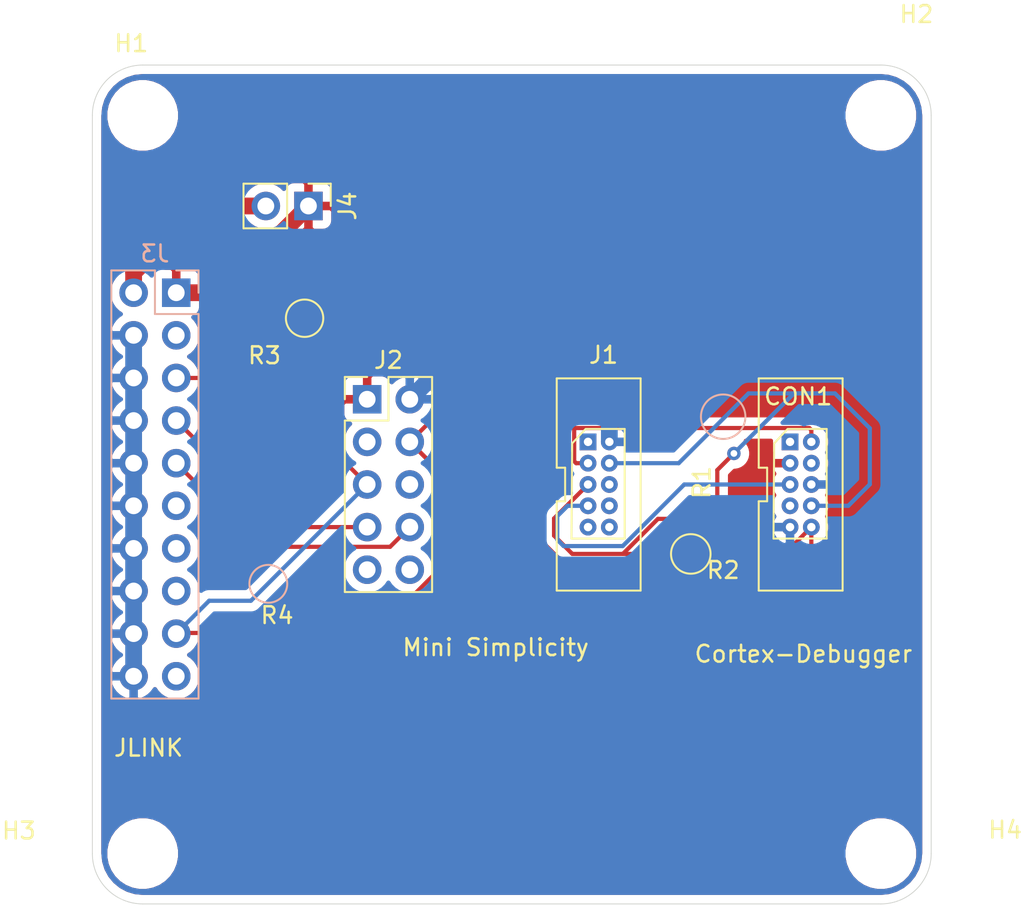
<source format=kicad_pcb>
(kicad_pcb (version 20171130) (host pcbnew "(5.1.12-1-10_14)")

  (general
    (thickness 1.6)
    (drawings 15)
    (tracks 154)
    (zones 0)
    (modules 13)
    (nets 12)
  )

  (page A4)
  (layers
    (0 F.Cu signal)
    (1 In1.Cu signal)
    (2 In2.Cu signal)
    (31 B.Cu signal)
    (32 B.Adhes user)
    (33 F.Adhes user)
    (34 B.Paste user)
    (35 F.Paste user)
    (36 B.SilkS user)
    (37 F.SilkS user)
    (38 B.Mask user)
    (39 F.Mask user)
    (40 Dwgs.User user)
    (41 Cmts.User user)
    (42 Eco1.User user)
    (43 Eco2.User user)
    (44 Edge.Cuts user)
    (45 Margin user)
    (46 B.CrtYd user)
    (47 F.CrtYd user)
    (48 B.Fab user hide)
    (49 F.Fab user hide)
  )

  (setup
    (last_trace_width 1)
    (user_trace_width 1)
    (trace_clearance 0.2)
    (zone_clearance 0.508)
    (zone_45_only no)
    (trace_min 0.2)
    (via_size 0.8)
    (via_drill 0.4)
    (via_min_size 0.4)
    (via_min_drill 0.3)
    (uvia_size 0.3)
    (uvia_drill 0.1)
    (uvias_allowed no)
    (uvia_min_size 0.2)
    (uvia_min_drill 0.1)
    (edge_width 0.05)
    (segment_width 0.2)
    (pcb_text_width 0.3)
    (pcb_text_size 1.5 1.5)
    (mod_edge_width 0.12)
    (mod_text_size 1 1)
    (mod_text_width 0.15)
    (pad_size 1.524 1.524)
    (pad_drill 0.762)
    (pad_to_mask_clearance 0)
    (aux_axis_origin 0 0)
    (visible_elements FFFFFF7F)
    (pcbplotparams
      (layerselection 0x010fc_ffffffff)
      (usegerberextensions false)
      (usegerberattributes true)
      (usegerberadvancedattributes true)
      (creategerberjobfile true)
      (excludeedgelayer true)
      (linewidth 0.100000)
      (plotframeref false)
      (viasonmask false)
      (mode 1)
      (useauxorigin false)
      (hpglpennumber 1)
      (hpglpenspeed 20)
      (hpglpendiameter 15.000000)
      (psnegative false)
      (psa4output false)
      (plotreference true)
      (plotvalue true)
      (plotinvisibletext false)
      (padsonsilk false)
      (subtractmaskfromsilk false)
      (outputformat 1)
      (mirror false)
      (drillshape 0)
      (scaleselection 1)
      (outputdirectory "debug_breakout/"))
  )

  (net 0 "")
  (net 1 GND)
  (net 2 TXD)
  (net 3 SWCLK)
  (net 4 RXD)
  (net 5 SWDIO)
  (net 6 +3V3)
  (net 7 SWO)
  (net 8 RST)
  (net 9 PTI_FRAME)
  (net 10 PTI_DATA)
  (net 11 "Net-(J3-Pad2)")

  (net_class Default "This is the default net class."
    (clearance 0.2)
    (trace_width 0.25)
    (via_dia 0.8)
    (via_drill 0.4)
    (uvia_dia 0.3)
    (uvia_drill 0.1)
    (add_net +3V3)
    (add_net GND)
    (add_net "Net-(J3-Pad2)")
    (add_net PTI_DATA)
    (add_net PTI_FRAME)
    (add_net RST)
    (add_net RXD)
    (add_net SWCLK)
    (add_net SWDIO)
    (add_net SWO)
    (add_net TXD)
  )

  (module MountingHole:MountingHole_3.2mm_M3_ISO7380 (layer F.Cu) (tedit 56D1B4CB) (tstamp 61C061ED)
    (at 147 97)
    (descr "Mounting Hole 3.2mm, no annular, M3, ISO7380")
    (tags "mounting hole 3.2mm no annular m3 iso7380")
    (path /61BF3EE3/61C08E94)
    (attr virtual)
    (fp_text reference H4 (at 7.41 -1.41) (layer F.SilkS)
      (effects (font (size 1 1) (thickness 0.15)))
    )
    (fp_text value MountingHole (at 0 3.85) (layer F.Fab)
      (effects (font (size 1 1) (thickness 0.15)))
    )
    (fp_circle (center 0 0) (end 3.1 0) (layer F.CrtYd) (width 0.05))
    (fp_circle (center 0 0) (end 2.85 0) (layer Cmts.User) (width 0.15))
    (fp_text user %R (at 0.3 0) (layer F.Fab)
      (effects (font (size 1 1) (thickness 0.15)))
    )
    (pad 1 np_thru_hole circle (at 0 0) (size 3.2 3.2) (drill 3.2) (layers *.Cu *.Mask))
  )

  (module MountingHole:MountingHole_3.2mm_M3_ISO7380 (layer F.Cu) (tedit 56D1B4CB) (tstamp 61C061E5)
    (at 103 97)
    (descr "Mounting Hole 3.2mm, no annular, M3, ISO7380")
    (tags "mounting hole 3.2mm no annular m3 iso7380")
    (path /61BF3EE3/61C08B1B)
    (attr virtual)
    (fp_text reference H3 (at -7.38 -1.36) (layer F.SilkS)
      (effects (font (size 1 1) (thickness 0.15)))
    )
    (fp_text value MountingHole (at 0 3.85) (layer F.Fab)
      (effects (font (size 1 1) (thickness 0.15)))
    )
    (fp_circle (center 0 0) (end 3.1 0) (layer F.CrtYd) (width 0.05))
    (fp_circle (center 0 0) (end 2.85 0) (layer Cmts.User) (width 0.15))
    (fp_text user %R (at 0.3 0) (layer F.Fab)
      (effects (font (size 1 1) (thickness 0.15)))
    )
    (pad 1 np_thru_hole circle (at 0 0) (size 3.2 3.2) (drill 3.2) (layers *.Cu *.Mask))
  )

  (module MountingHole:MountingHole_3.2mm_M3_ISO7380 (layer F.Cu) (tedit 56D1B4CB) (tstamp 61C061DD)
    (at 147 53)
    (descr "Mounting Hole 3.2mm, no annular, M3, ISO7380")
    (tags "mounting hole 3.2mm no annular m3 iso7380")
    (path /61BF3EE3/61C0872F)
    (attr virtual)
    (fp_text reference H2 (at 2.12 -6.03) (layer F.SilkS)
      (effects (font (size 1 1) (thickness 0.15)))
    )
    (fp_text value MountingHole (at 0 3.85) (layer F.Fab)
      (effects (font (size 1 1) (thickness 0.15)))
    )
    (fp_circle (center 0 0) (end 3.1 0) (layer F.CrtYd) (width 0.05))
    (fp_circle (center 0 0) (end 2.85 0) (layer Cmts.User) (width 0.15))
    (fp_text user %R (at 0.3 0) (layer F.Fab)
      (effects (font (size 1 1) (thickness 0.15)))
    )
    (pad 1 np_thru_hole circle (at 0 0) (size 3.2 3.2) (drill 3.2) (layers *.Cu *.Mask))
  )

  (module MountingHole:MountingHole_3.2mm_M3_ISO7380 (layer F.Cu) (tedit 56D1B4CB) (tstamp 61C061D5)
    (at 103 53)
    (descr "Mounting Hole 3.2mm, no annular, M3, ISO7380")
    (tags "mounting hole 3.2mm no annular m3 iso7380")
    (path /61BF3EE3/61C080EE)
    (attr virtual)
    (fp_text reference H1 (at -0.68 -4.29) (layer F.SilkS)
      (effects (font (size 1 1) (thickness 0.15)))
    )
    (fp_text value MountingHole (at 0 3.85) (layer F.Fab)
      (effects (font (size 1 1) (thickness 0.15)))
    )
    (fp_circle (center 0 0) (end 3.1 0) (layer F.CrtYd) (width 0.05))
    (fp_circle (center 0 0) (end 2.85 0) (layer Cmts.User) (width 0.15))
    (fp_text user %R (at 0.3 0) (layer F.Fab)
      (effects (font (size 1 1) (thickness 0.15)))
    )
    (pad 1 np_thru_hole circle (at 0 0) (size 3.2 3.2) (drill 3.2) (layers *.Cu *.Mask))
  )

  (module Resistor_SMD:R_0201_0603Metric (layer F.Cu) (tedit 5F68FEEE) (tstamp 61BF5D66)
    (at 111.01 83.85)
    (descr "Resistor SMD 0201 (0603 Metric), square (rectangular) end terminal, IPC_7351 nominal, (Body size source: https://www.vishay.com/docs/20052/crcw0201e3.pdf), generated with kicad-footprint-generator")
    (tags resistor)
    (path /61BF3EE3/61C37EC7)
    (attr smd)
    (fp_text reference R4 (at 0 -1.05) (layer F.SilkS)
      (effects (font (size 1 1) (thickness 0.15)))
    )
    (fp_text value 0 (at 0 1.05) (layer F.Fab)
      (effects (font (size 1 1) (thickness 0.15)))
    )
    (fp_line (start -0.3 0.15) (end -0.3 -0.15) (layer F.Fab) (width 0.1))
    (fp_line (start -0.3 -0.15) (end 0.3 -0.15) (layer F.Fab) (width 0.1))
    (fp_line (start 0.3 -0.15) (end 0.3 0.15) (layer F.Fab) (width 0.1))
    (fp_line (start 0.3 0.15) (end -0.3 0.15) (layer F.Fab) (width 0.1))
    (fp_line (start -0.7 0.35) (end -0.7 -0.35) (layer F.CrtYd) (width 0.05))
    (fp_line (start -0.7 -0.35) (end 0.7 -0.35) (layer F.CrtYd) (width 0.05))
    (fp_line (start 0.7 -0.35) (end 0.7 0.35) (layer F.CrtYd) (width 0.05))
    (fp_line (start 0.7 0.35) (end -0.7 0.35) (layer F.CrtYd) (width 0.05))
    (fp_text user %R (at 0 -0.68) (layer F.Fab)
      (effects (font (size 0.25 0.25) (thickness 0.04)))
    )
    (pad 2 smd roundrect (at 0.32 0) (size 0.46 0.4) (layers F.Cu F.Mask) (roundrect_rratio 0.25)
      (net 4 RXD))
    (pad 1 smd roundrect (at -0.32 0) (size 0.46 0.4) (layers F.Cu F.Mask) (roundrect_rratio 0.25)
      (net 2 TXD))
    (pad "" smd roundrect (at 0.345 0) (size 0.318 0.36) (layers F.Paste) (roundrect_rratio 0.25))
    (pad "" smd roundrect (at -0.345 0) (size 0.318 0.36) (layers F.Paste) (roundrect_rratio 0.25))
    (model ${KISYS3DMOD}/Resistor_SMD.3dshapes/R_0201_0603Metric.wrl
      (at (xyz 0 0 0))
      (scale (xyz 1 1 1))
      (rotate (xyz 0 0 0))
    )
  )

  (module Resistor_SMD:R_0201_0603Metric (layer F.Cu) (tedit 5F68FEEE) (tstamp 61BF5D55)
    (at 110.26 68.36)
    (descr "Resistor SMD 0201 (0603 Metric), square (rectangular) end terminal, IPC_7351 nominal, (Body size source: https://www.vishay.com/docs/20052/crcw0201e3.pdf), generated with kicad-footprint-generator")
    (tags resistor)
    (path /61BF3EE3/61C2C7BA)
    (attr smd)
    (fp_text reference R3 (at 0 -1.05) (layer F.SilkS)
      (effects (font (size 1 1) (thickness 0.15)))
    )
    (fp_text value 0 (at 0 1.05) (layer F.Fab)
      (effects (font (size 1 1) (thickness 0.15)))
    )
    (fp_line (start -0.3 0.15) (end -0.3 -0.15) (layer F.Fab) (width 0.1))
    (fp_line (start -0.3 -0.15) (end 0.3 -0.15) (layer F.Fab) (width 0.1))
    (fp_line (start 0.3 -0.15) (end 0.3 0.15) (layer F.Fab) (width 0.1))
    (fp_line (start 0.3 0.15) (end -0.3 0.15) (layer F.Fab) (width 0.1))
    (fp_line (start -0.7 0.35) (end -0.7 -0.35) (layer F.CrtYd) (width 0.05))
    (fp_line (start -0.7 -0.35) (end 0.7 -0.35) (layer F.CrtYd) (width 0.05))
    (fp_line (start 0.7 -0.35) (end 0.7 0.35) (layer F.CrtYd) (width 0.05))
    (fp_line (start 0.7 0.35) (end -0.7 0.35) (layer F.CrtYd) (width 0.05))
    (fp_text user %R (at 0 -0.68) (layer F.Fab)
      (effects (font (size 0.25 0.25) (thickness 0.04)))
    )
    (pad 2 smd roundrect (at 0.32 0) (size 0.46 0.4) (layers F.Cu F.Mask) (roundrect_rratio 0.25)
      (net 2 TXD))
    (pad 1 smd roundrect (at -0.32 0) (size 0.46 0.4) (layers F.Cu F.Mask) (roundrect_rratio 0.25)
      (net 4 RXD))
    (pad "" smd roundrect (at 0.345 0) (size 0.318 0.36) (layers F.Paste) (roundrect_rratio 0.25))
    (pad "" smd roundrect (at -0.345 0) (size 0.318 0.36) (layers F.Paste) (roundrect_rratio 0.25))
    (model ${KISYS3DMOD}/Resistor_SMD.3dshapes/R_0201_0603Metric.wrl
      (at (xyz 0 0 0))
      (scale (xyz 1 1 1))
      (rotate (xyz 0 0 0))
    )
  )

  (module Connector_PinHeader_2.54mm:PinHeader_1x02_P2.54mm_Vertical (layer F.Cu) (tedit 59FED5CC) (tstamp 61BF5CA2)
    (at 112.88 58.4 270)
    (descr "Through hole straight pin header, 1x02, 2.54mm pitch, single row")
    (tags "Through hole pin header THT 1x02 2.54mm single row")
    (path /61BF3EE3/61C47DF4)
    (fp_text reference J4 (at 0 -2.33 90) (layer F.SilkS)
      (effects (font (size 1 1) (thickness 0.15)))
    )
    (fp_text value Conn_01x02 (at 0 4.87 90) (layer F.Fab)
      (effects (font (size 1 1) (thickness 0.15)))
    )
    (fp_line (start -0.635 -1.27) (end 1.27 -1.27) (layer F.Fab) (width 0.1))
    (fp_line (start 1.27 -1.27) (end 1.27 3.81) (layer F.Fab) (width 0.1))
    (fp_line (start 1.27 3.81) (end -1.27 3.81) (layer F.Fab) (width 0.1))
    (fp_line (start -1.27 3.81) (end -1.27 -0.635) (layer F.Fab) (width 0.1))
    (fp_line (start -1.27 -0.635) (end -0.635 -1.27) (layer F.Fab) (width 0.1))
    (fp_line (start -1.33 3.87) (end 1.33 3.87) (layer F.SilkS) (width 0.12))
    (fp_line (start -1.33 1.27) (end -1.33 3.87) (layer F.SilkS) (width 0.12))
    (fp_line (start 1.33 1.27) (end 1.33 3.87) (layer F.SilkS) (width 0.12))
    (fp_line (start -1.33 1.27) (end 1.33 1.27) (layer F.SilkS) (width 0.12))
    (fp_line (start -1.33 0) (end -1.33 -1.33) (layer F.SilkS) (width 0.12))
    (fp_line (start -1.33 -1.33) (end 0 -1.33) (layer F.SilkS) (width 0.12))
    (fp_line (start -1.8 -1.8) (end -1.8 4.35) (layer F.CrtYd) (width 0.05))
    (fp_line (start -1.8 4.35) (end 1.8 4.35) (layer F.CrtYd) (width 0.05))
    (fp_line (start 1.8 4.35) (end 1.8 -1.8) (layer F.CrtYd) (width 0.05))
    (fp_line (start 1.8 -1.8) (end -1.8 -1.8) (layer F.CrtYd) (width 0.05))
    (fp_text user %R (at 0 1.27) (layer F.Fab)
      (effects (font (size 1 1) (thickness 0.15)))
    )
    (pad 2 thru_hole oval (at 0 2.54 270) (size 1.7 1.7) (drill 1) (layers *.Cu *.Mask)
      (net 11 "Net-(J3-Pad2)"))
    (pad 1 thru_hole rect (at 0 0 270) (size 1.7 1.7) (drill 1) (layers *.Cu *.Mask)
      (net 6 +3V3))
    (model ${KISYS3DMOD}/Connector_PinHeader_2.54mm.3dshapes/PinHeader_1x02_P2.54mm_Vertical.wrl
      (at (xyz 0 0 0))
      (scale (xyz 1 1 1))
      (rotate (xyz 0 0 0))
    )
  )

  (module Connector_PinHeader_2.54mm:PinHeader_2x10_P2.54mm_Vertical (layer B.Cu) (tedit 59FED5CC) (tstamp 61BF549F)
    (at 105 63.57 180)
    (descr "Through hole straight pin header, 2x10, 2.54mm pitch, double rows")
    (tags "Through hole pin header THT 2x10 2.54mm double row")
    (path /61BF3EE3/61C16C27)
    (fp_text reference J3 (at 1.27 2.33) (layer B.SilkS)
      (effects (font (size 1 1) (thickness 0.15)) (justify mirror))
    )
    (fp_text value Conn_02x10_Odd_Even (at 1.27 -25.19) (layer B.Fab)
      (effects (font (size 1 1) (thickness 0.15)) (justify mirror))
    )
    (fp_line (start 0 1.27) (end 3.81 1.27) (layer B.Fab) (width 0.1))
    (fp_line (start 3.81 1.27) (end 3.81 -24.13) (layer B.Fab) (width 0.1))
    (fp_line (start 3.81 -24.13) (end -1.27 -24.13) (layer B.Fab) (width 0.1))
    (fp_line (start -1.27 -24.13) (end -1.27 0) (layer B.Fab) (width 0.1))
    (fp_line (start -1.27 0) (end 0 1.27) (layer B.Fab) (width 0.1))
    (fp_line (start -1.33 -24.19) (end 3.87 -24.19) (layer B.SilkS) (width 0.12))
    (fp_line (start -1.33 -1.27) (end -1.33 -24.19) (layer B.SilkS) (width 0.12))
    (fp_line (start 3.87 1.33) (end 3.87 -24.19) (layer B.SilkS) (width 0.12))
    (fp_line (start -1.33 -1.27) (end 1.27 -1.27) (layer B.SilkS) (width 0.12))
    (fp_line (start 1.27 -1.27) (end 1.27 1.33) (layer B.SilkS) (width 0.12))
    (fp_line (start 1.27 1.33) (end 3.87 1.33) (layer B.SilkS) (width 0.12))
    (fp_line (start -1.33 0) (end -1.33 1.33) (layer B.SilkS) (width 0.12))
    (fp_line (start -1.33 1.33) (end 0 1.33) (layer B.SilkS) (width 0.12))
    (fp_line (start -1.8 1.8) (end -1.8 -24.65) (layer B.CrtYd) (width 0.05))
    (fp_line (start -1.8 -24.65) (end 4.35 -24.65) (layer B.CrtYd) (width 0.05))
    (fp_line (start 4.35 -24.65) (end 4.35 1.8) (layer B.CrtYd) (width 0.05))
    (fp_line (start 4.35 1.8) (end -1.8 1.8) (layer B.CrtYd) (width 0.05))
    (fp_text user %R (at 1.27 -11.43 270) (layer B.Fab)
      (effects (font (size 1 1) (thickness 0.15)) (justify mirror))
    )
    (pad 20 thru_hole oval (at 2.54 -22.86 180) (size 1.7 1.7) (drill 1) (layers *.Cu *.Mask)
      (net 1 GND))
    (pad 19 thru_hole oval (at 0 -22.86 180) (size 1.7 1.7) (drill 1) (layers *.Cu *.Mask))
    (pad 18 thru_hole oval (at 2.54 -20.32 180) (size 1.7 1.7) (drill 1) (layers *.Cu *.Mask)
      (net 1 GND))
    (pad 17 thru_hole oval (at 0 -20.32 180) (size 1.7 1.7) (drill 1) (layers *.Cu *.Mask)
      (net 2 TXD))
    (pad 16 thru_hole oval (at 2.54 -17.78 180) (size 1.7 1.7) (drill 1) (layers *.Cu *.Mask)
      (net 1 GND))
    (pad 15 thru_hole oval (at 0 -17.78 180) (size 1.7 1.7) (drill 1) (layers *.Cu *.Mask)
      (net 8 RST))
    (pad 14 thru_hole oval (at 2.54 -15.24 180) (size 1.7 1.7) (drill 1) (layers *.Cu *.Mask)
      (net 1 GND))
    (pad 13 thru_hole oval (at 0 -15.24 180) (size 1.7 1.7) (drill 1) (layers *.Cu *.Mask)
      (net 7 SWO))
    (pad 12 thru_hole oval (at 2.54 -12.7 180) (size 1.7 1.7) (drill 1) (layers *.Cu *.Mask)
      (net 1 GND))
    (pad 11 thru_hole oval (at 0 -12.7 180) (size 1.7 1.7) (drill 1) (layers *.Cu *.Mask))
    (pad 10 thru_hole oval (at 2.54 -10.16 180) (size 1.7 1.7) (drill 1) (layers *.Cu *.Mask)
      (net 1 GND))
    (pad 9 thru_hole oval (at 0 -10.16 180) (size 1.7 1.7) (drill 1) (layers *.Cu *.Mask)
      (net 3 SWCLK))
    (pad 8 thru_hole oval (at 2.54 -7.62 180) (size 1.7 1.7) (drill 1) (layers *.Cu *.Mask)
      (net 1 GND))
    (pad 7 thru_hole oval (at 0 -7.62 180) (size 1.7 1.7) (drill 1) (layers *.Cu *.Mask)
      (net 5 SWDIO))
    (pad 6 thru_hole oval (at 2.54 -5.08 180) (size 1.7 1.7) (drill 1) (layers *.Cu *.Mask)
      (net 1 GND))
    (pad 5 thru_hole oval (at 0 -5.08 180) (size 1.7 1.7) (drill 1) (layers *.Cu *.Mask)
      (net 4 RXD))
    (pad 4 thru_hole oval (at 2.54 -2.54 180) (size 1.7 1.7) (drill 1) (layers *.Cu *.Mask)
      (net 1 GND))
    (pad 3 thru_hole oval (at 0 -2.54 180) (size 1.7 1.7) (drill 1) (layers *.Cu *.Mask))
    (pad 2 thru_hole oval (at 2.54 0 180) (size 1.7 1.7) (drill 1) (layers *.Cu *.Mask)
      (net 11 "Net-(J3-Pad2)"))
    (pad 1 thru_hole rect (at 0 0 180) (size 1.7 1.7) (drill 1) (layers *.Cu *.Mask)
      (net 6 +3V3))
    (model ${KISYS3DMOD}/Connector_PinHeader_2.54mm.3dshapes/PinHeader_2x10_P2.54mm_Vertical.wrl
      (at (xyz 0 0 0))
      (scale (xyz 1 1 1))
      (rotate (xyz 0 0 0))
    )
  )

  (module Resistor_SMD:R_0201_0603Metric (layer F.Cu) (tedit 5F68FEEE) (tstamp 61BF4FDD)
    (at 137.68 81.64 180)
    (descr "Resistor SMD 0201 (0603 Metric), square (rectangular) end terminal, IPC_7351 nominal, (Body size source: https://www.vishay.com/docs/20052/crcw0201e3.pdf), generated with kicad-footprint-generator")
    (tags resistor)
    (path /61BF3EE3/61C097B6)
    (attr smd)
    (fp_text reference R2 (at 0.08 1.53) (layer F.SilkS)
      (effects (font (size 1 1) (thickness 0.15)))
    )
    (fp_text value 0 (at 0 1.05) (layer F.Fab)
      (effects (font (size 1 1) (thickness 0.15)))
    )
    (fp_line (start -0.3 0.15) (end -0.3 -0.15) (layer F.Fab) (width 0.1))
    (fp_line (start -0.3 -0.15) (end 0.3 -0.15) (layer F.Fab) (width 0.1))
    (fp_line (start 0.3 -0.15) (end 0.3 0.15) (layer F.Fab) (width 0.1))
    (fp_line (start 0.3 0.15) (end -0.3 0.15) (layer F.Fab) (width 0.1))
    (fp_line (start -0.7 0.35) (end -0.7 -0.35) (layer F.CrtYd) (width 0.05))
    (fp_line (start -0.7 -0.35) (end 0.7 -0.35) (layer F.CrtYd) (width 0.05))
    (fp_line (start 0.7 -0.35) (end 0.7 0.35) (layer F.CrtYd) (width 0.05))
    (fp_line (start 0.7 0.35) (end -0.7 0.35) (layer F.CrtYd) (width 0.05))
    (fp_text user %R (at 0 -0.68) (layer F.Fab)
      (effects (font (size 0.25 0.25) (thickness 0.04)))
    )
    (pad 2 smd roundrect (at 0.32 0 180) (size 0.46 0.4) (layers F.Cu F.Mask) (roundrect_rratio 0.25)
      (net 4 RXD))
    (pad 1 smd roundrect (at -0.32 0 180) (size 0.46 0.4) (layers F.Cu F.Mask) (roundrect_rratio 0.25)
      (net 2 TXD))
    (pad "" smd roundrect (at 0.345 0 180) (size 0.318 0.36) (layers F.Paste) (roundrect_rratio 0.25))
    (pad "" smd roundrect (at -0.345 0 180) (size 0.318 0.36) (layers F.Paste) (roundrect_rratio 0.25))
    (model ${KISYS3DMOD}/Resistor_SMD.3dshapes/R_0201_0603Metric.wrl
      (at (xyz 0 0 0))
      (scale (xyz 1 1 1))
      (rotate (xyz 0 0 0))
    )
  )

  (module Resistor_SMD:R_0201_0603Metric (layer F.Cu) (tedit 5F68FEEE) (tstamp 61BF4FCC)
    (at 137.25 76.73 90)
    (descr "Resistor SMD 0201 (0603 Metric), square (rectangular) end terminal, IPC_7351 nominal, (Body size source: https://www.vishay.com/docs/20052/crcw0201e3.pdf), generated with kicad-footprint-generator")
    (tags resistor)
    (path /61BF3EE3/61C08CD8)
    (attr smd)
    (fp_text reference R1 (at 1.85 -0.92 90) (layer F.SilkS)
      (effects (font (size 1 1) (thickness 0.15)))
    )
    (fp_text value 0 (at 0 1.05 90) (layer F.Fab)
      (effects (font (size 1 1) (thickness 0.15)))
    )
    (fp_line (start -0.3 0.15) (end -0.3 -0.15) (layer F.Fab) (width 0.1))
    (fp_line (start -0.3 -0.15) (end 0.3 -0.15) (layer F.Fab) (width 0.1))
    (fp_line (start 0.3 -0.15) (end 0.3 0.15) (layer F.Fab) (width 0.1))
    (fp_line (start 0.3 0.15) (end -0.3 0.15) (layer F.Fab) (width 0.1))
    (fp_line (start -0.7 0.35) (end -0.7 -0.35) (layer F.CrtYd) (width 0.05))
    (fp_line (start -0.7 -0.35) (end 0.7 -0.35) (layer F.CrtYd) (width 0.05))
    (fp_line (start 0.7 -0.35) (end 0.7 0.35) (layer F.CrtYd) (width 0.05))
    (fp_line (start 0.7 0.35) (end -0.7 0.35) (layer F.CrtYd) (width 0.05))
    (fp_text user %R (at 0 -0.68 90) (layer F.Fab)
      (effects (font (size 0.25 0.25) (thickness 0.04)))
    )
    (pad 2 smd roundrect (at 0.32 0 90) (size 0.46 0.4) (layers F.Cu F.Mask) (roundrect_rratio 0.25)
      (net 4 RXD))
    (pad 1 smd roundrect (at -0.32 0 90) (size 0.46 0.4) (layers F.Cu F.Mask) (roundrect_rratio 0.25)
      (net 2 TXD))
    (pad "" smd roundrect (at 0.345 0 90) (size 0.318 0.36) (layers F.Paste) (roundrect_rratio 0.25))
    (pad "" smd roundrect (at -0.345 0 90) (size 0.318 0.36) (layers F.Paste) (roundrect_rratio 0.25))
    (model ${KISYS3DMOD}/Resistor_SMD.3dshapes/R_0201_0603Metric.wrl
      (at (xyz 0 0 0))
      (scale (xyz 1 1 1))
      (rotate (xyz 0 0 0))
    )
  )

  (module Connector_PinHeader_2.54mm:PinHeader_2x05_P2.54mm_Vertical (layer F.Cu) (tedit 59FED5CC) (tstamp 61BF49A7)
    (at 116.38 69.92)
    (descr "Through hole straight pin header, 2x05, 2.54mm pitch, double rows")
    (tags "Through hole pin header THT 2x05 2.54mm double row")
    (path /61BF3EE3/61BF9872)
    (fp_text reference J2 (at 1.27 -2.33) (layer F.SilkS)
      (effects (font (size 1 1) (thickness 0.15)))
    )
    (fp_text value Conn_02x05_Odd_Even (at 1.27 12.49) (layer F.Fab)
      (effects (font (size 1 1) (thickness 0.15)))
    )
    (fp_line (start 4.35 -1.8) (end -1.8 -1.8) (layer F.CrtYd) (width 0.05))
    (fp_line (start 4.35 11.95) (end 4.35 -1.8) (layer F.CrtYd) (width 0.05))
    (fp_line (start -1.8 11.95) (end 4.35 11.95) (layer F.CrtYd) (width 0.05))
    (fp_line (start -1.8 -1.8) (end -1.8 11.95) (layer F.CrtYd) (width 0.05))
    (fp_line (start -1.33 -1.33) (end 0 -1.33) (layer F.SilkS) (width 0.12))
    (fp_line (start -1.33 0) (end -1.33 -1.33) (layer F.SilkS) (width 0.12))
    (fp_line (start 1.27 -1.33) (end 3.87 -1.33) (layer F.SilkS) (width 0.12))
    (fp_line (start 1.27 1.27) (end 1.27 -1.33) (layer F.SilkS) (width 0.12))
    (fp_line (start -1.33 1.27) (end 1.27 1.27) (layer F.SilkS) (width 0.12))
    (fp_line (start 3.87 -1.33) (end 3.87 11.49) (layer F.SilkS) (width 0.12))
    (fp_line (start -1.33 1.27) (end -1.33 11.49) (layer F.SilkS) (width 0.12))
    (fp_line (start -1.33 11.49) (end 3.87 11.49) (layer F.SilkS) (width 0.12))
    (fp_line (start -1.27 0) (end 0 -1.27) (layer F.Fab) (width 0.1))
    (fp_line (start -1.27 11.43) (end -1.27 0) (layer F.Fab) (width 0.1))
    (fp_line (start 3.81 11.43) (end -1.27 11.43) (layer F.Fab) (width 0.1))
    (fp_line (start 3.81 -1.27) (end 3.81 11.43) (layer F.Fab) (width 0.1))
    (fp_line (start 0 -1.27) (end 3.81 -1.27) (layer F.Fab) (width 0.1))
    (fp_text user %R (at 1.27 5.08 90) (layer F.Fab)
      (effects (font (size 1 1) (thickness 0.15)))
    )
    (pad 10 thru_hole oval (at 2.54 10.16) (size 1.7 1.7) (drill 1) (layers *.Cu *.Mask)
      (net 10 PTI_DATA))
    (pad 9 thru_hole oval (at 0 10.16) (size 1.7 1.7) (drill 1) (layers *.Cu *.Mask)
      (net 9 PTI_FRAME))
    (pad 8 thru_hole oval (at 2.54 7.62) (size 1.7 1.7) (drill 1) (layers *.Cu *.Mask)
      (net 3 SWCLK))
    (pad 7 thru_hole oval (at 0 7.62) (size 1.7 1.7) (drill 1) (layers *.Cu *.Mask)
      (net 5 SWDIO))
    (pad 6 thru_hole oval (at 2.54 5.08) (size 1.7 1.7) (drill 1) (layers *.Cu *.Mask)
      (net 7 SWO))
    (pad 5 thru_hole oval (at 0 5.08) (size 1.7 1.7) (drill 1) (layers *.Cu *.Mask)
      (net 2 TXD))
    (pad 4 thru_hole oval (at 2.54 2.54) (size 1.7 1.7) (drill 1) (layers *.Cu *.Mask)
      (net 4 RXD))
    (pad 3 thru_hole oval (at 0 2.54) (size 1.7 1.7) (drill 1) (layers *.Cu *.Mask)
      (net 8 RST))
    (pad 2 thru_hole oval (at 2.54 0) (size 1.7 1.7) (drill 1) (layers *.Cu *.Mask)
      (net 1 GND))
    (pad 1 thru_hole rect (at 0 0) (size 1.7 1.7) (drill 1) (layers *.Cu *.Mask)
      (net 6 +3V3))
    (model ${KISYS3DMOD}/Connector_PinHeader_2.54mm.3dshapes/PinHeader_2x05_P2.54mm_Vertical.wrl
      (at (xyz 0 0 0))
      (scale (xyz 1 1 1))
      (rotate (xyz 0 0 0))
    )
  )

  (module mybays_connector:debugger_2x05_P1.27mm_Vertical (layer F.Cu) (tedit 602883C3) (tstamp 61BF4987)
    (at 130.18 75)
    (descr "Through hole straight socket strip, 2x05, 1.27mm pitch, double cols (from Kicad 4.0.7), script generated")
    (tags "Through hole socket strip THT 2x05 1.27mm double row")
    (path /61BF3EE3/61BF4EDD)
    (fp_text reference J1 (at 0.29 -7.72) (layer F.SilkS)
      (effects (font (size 1 1) (thickness 0.15)))
    )
    (fp_text value Conn_02x05_Odd_Even (at -0.635 7.215) (layer F.Fab)
      (effects (font (size 1 1) (thickness 0.15)))
    )
    (fp_line (start -2.5 -1) (end -2.5 -6.325) (layer F.SilkS) (width 0.12))
    (fp_line (start -2 -1) (end -2.5 -1) (layer F.SilkS) (width 0.12))
    (fp_line (start -2 1) (end -2 -1) (layer F.SilkS) (width 0.12))
    (fp_line (start -2.5 1) (end -2 1) (layer F.SilkS) (width 0.12))
    (fp_line (start -2.5 6.325) (end -2.5 1) (layer F.SilkS) (width 0.12))
    (fp_line (start 2.5 6.325) (end -2.5 6.325) (layer F.SilkS) (width 0.12))
    (fp_line (start 2.5 -6.325) (end 2.5 6.325) (layer F.SilkS) (width 0.12))
    (fp_line (start -2.5 -6.325) (end 2.5 -6.325) (layer F.SilkS) (width 0.12))
    (fp_line (start -2.07 3.65) (end -2.07 -3.7) (layer F.CrtYd) (width 0.05))
    (fp_line (start 1.98 3.65) (end -2.07 3.65) (layer F.CrtYd) (width 0.05))
    (fp_line (start 1.98 -3.7) (end 1.98 3.65) (layer F.CrtYd) (width 0.05))
    (fp_line (start -2.07 -3.7) (end 1.98 -3.7) (layer F.CrtYd) (width 0.05))
    (fp_line (start -0.78 -3.31) (end 1.55 -3.31) (layer F.SilkS) (width 0.12))
    (fp_line (start 1.55 -3.31) (end 1.55 -2.55) (layer F.SilkS) (width 0.12))
    (fp_line (start 1.55 -2.51) (end 1.55 -1.915) (layer F.SilkS) (width 0.12))
    (fp_line (start 1.55 -1.915) (end 1.55 3.225) (layer F.SilkS) (width 0.12))
    (fp_line (start -1.62 3.225) (end 0.93 3.22) (layer F.SilkS) (width 0.12))
    (fp_line (start 0.90753 3.225) (end 1.55 3.225) (layer F.SilkS) (width 0.12))
    (fp_line (start -1.58 -2.44) (end -1.62 3.225) (layer F.SilkS) (width 0.12))
    (fp_line (start -1.58 -2.45) (end -0.81 -3.28) (layer F.SilkS) (width 0.12))
    (fp_line (start -1.56 3.165) (end -1.57 -2.45) (layer F.Fab) (width 0.1))
    (fp_line (start 1.49 3.165) (end -1.56 3.165) (layer F.Fab) (width 0.1))
    (fp_line (start 1.47 -3.17) (end 1.49 3.165) (layer F.Fab) (width 0.1))
    (fp_line (start -1.58 -2.45) (end -0.8175 -3.2125) (layer F.Fab) (width 0.1))
    (fp_line (start -0.79 -3.23) (end 1.53 -3.22) (layer F.Fab) (width 0.1))
    (fp_text user %R (at 1.62 -5.19 90) (layer F.Fab)
      (effects (font (size 1 1) (thickness 0.15)))
    )
    (pad 9 thru_hole oval (at -0.635 2.54) (size 1 1) (drill 0.5) (layers *.Cu *.Mask)
      (net 9 PTI_FRAME))
    (pad 10 thru_hole oval (at 0.635 2.54) (size 1 1) (drill 0.5) (layers *.Cu *.Mask)
      (net 10 PTI_DATA))
    (pad 7 thru_hole oval (at -0.635 1.27) (size 1 1) (drill 0.5) (layers *.Cu *.Mask)
      (net 5 SWDIO))
    (pad 8 thru_hole oval (at 0.635 1.27) (size 1 1) (drill 0.5) (layers *.Cu *.Mask)
      (net 3 SWCLK))
    (pad 5 thru_hole oval (at -0.635 0) (size 1 1) (drill 0.5) (layers *.Cu *.Mask)
      (net 2 TXD))
    (pad 6 thru_hole oval (at 0.635 0) (size 1 1) (drill 0.5) (layers *.Cu *.Mask)
      (net 7 SWO))
    (pad 3 thru_hole oval (at -0.635 -1.27) (size 1 1) (drill 0.5) (layers *.Cu *.Mask)
      (net 8 RST))
    (pad 4 thru_hole oval (at 0.635 -1.27) (size 1 1) (drill 0.5) (layers *.Cu *.Mask)
      (net 4 RXD))
    (pad 2 thru_hole oval (at 0.635 -2.54) (size 1 1) (drill 0.5) (layers *.Cu *.Mask)
      (net 1 GND))
    (pad 1 thru_hole rect (at -0.635 -2.54) (size 1 1) (drill 0.5) (layers *.Cu *.Mask)
      (net 6 +3V3))
    (model ${KISYS3DMOD}/Connector_PinSocket_1.27mm.3dshapes/PinSocket_2x05_P1.27mm_Vertical.wrl
      (offset (xyz 0.7 2.5 0))
      (scale (xyz 1 1 1))
      (rotate (xyz 0 0 0))
    )
  )

  (module mybays_connector:debugger_2x05_P1.27mm_Vertical (layer F.Cu) (tedit 602883C3) (tstamp 61BF495F)
    (at 142.22 75)
    (descr "Through hole straight socket strip, 2x05, 1.27mm pitch, double cols (from Kicad 4.0.7), script generated")
    (tags "Through hole socket strip THT 2x05 1.27mm double row")
    (path /61BF3EE3/61C02FA2)
    (fp_text reference CON1 (at -0.15 -5.24) (layer F.SilkS)
      (effects (font (size 1 1) (thickness 0.15)))
    )
    (fp_text value CORTEX-DEBUGGER (at -0.635 7.215) (layer F.Fab)
      (effects (font (size 1 1) (thickness 0.15)))
    )
    (fp_line (start -2.5 -1) (end -2.5 -6.325) (layer F.SilkS) (width 0.12))
    (fp_line (start -2 -1) (end -2.5 -1) (layer F.SilkS) (width 0.12))
    (fp_line (start -2 1) (end -2 -1) (layer F.SilkS) (width 0.12))
    (fp_line (start -2.5 1) (end -2 1) (layer F.SilkS) (width 0.12))
    (fp_line (start -2.5 6.325) (end -2.5 1) (layer F.SilkS) (width 0.12))
    (fp_line (start 2.5 6.325) (end -2.5 6.325) (layer F.SilkS) (width 0.12))
    (fp_line (start 2.5 -6.325) (end 2.5 6.325) (layer F.SilkS) (width 0.12))
    (fp_line (start -2.5 -6.325) (end 2.5 -6.325) (layer F.SilkS) (width 0.12))
    (fp_line (start -2.07 3.65) (end -2.07 -3.7) (layer F.CrtYd) (width 0.05))
    (fp_line (start 1.98 3.65) (end -2.07 3.65) (layer F.CrtYd) (width 0.05))
    (fp_line (start 1.98 -3.7) (end 1.98 3.65) (layer F.CrtYd) (width 0.05))
    (fp_line (start -2.07 -3.7) (end 1.98 -3.7) (layer F.CrtYd) (width 0.05))
    (fp_line (start -0.78 -3.31) (end 1.55 -3.31) (layer F.SilkS) (width 0.12))
    (fp_line (start 1.55 -3.31) (end 1.55 -2.55) (layer F.SilkS) (width 0.12))
    (fp_line (start 1.55 -2.51) (end 1.55 -1.915) (layer F.SilkS) (width 0.12))
    (fp_line (start 1.55 -1.915) (end 1.55 3.225) (layer F.SilkS) (width 0.12))
    (fp_line (start -1.62 3.225) (end 0.93 3.22) (layer F.SilkS) (width 0.12))
    (fp_line (start 0.90753 3.225) (end 1.55 3.225) (layer F.SilkS) (width 0.12))
    (fp_line (start -1.58 -2.44) (end -1.62 3.225) (layer F.SilkS) (width 0.12))
    (fp_line (start -1.58 -2.45) (end -0.81 -3.28) (layer F.SilkS) (width 0.12))
    (fp_line (start -1.56 3.165) (end -1.57 -2.45) (layer F.Fab) (width 0.1))
    (fp_line (start 1.49 3.165) (end -1.56 3.165) (layer F.Fab) (width 0.1))
    (fp_line (start 1.47 -3.17) (end 1.49 3.165) (layer F.Fab) (width 0.1))
    (fp_line (start -1.58 -2.45) (end -0.8175 -3.2125) (layer F.Fab) (width 0.1))
    (fp_line (start -0.79 -3.23) (end 1.53 -3.22) (layer F.Fab) (width 0.1))
    (fp_text user %R (at 5.12 -3.23 90) (layer F.Fab)
      (effects (font (size 1 1) (thickness 0.15)))
    )
    (pad 9 thru_hole oval (at -0.635 2.54) (size 1 1) (drill 0.5) (layers *.Cu *.Mask)
      (net 1 GND))
    (pad 10 thru_hole oval (at 0.635 2.54) (size 1 1) (drill 0.5) (layers *.Cu *.Mask)
      (net 2 TXD))
    (pad 7 thru_hole oval (at -0.635 1.27) (size 1 1) (drill 0.5) (layers *.Cu *.Mask)
      (net 3 SWCLK))
    (pad 8 thru_hole oval (at 0.635 1.27) (size 1 1) (drill 0.5) (layers *.Cu *.Mask)
      (net 4 RXD))
    (pad 5 thru_hole oval (at -0.635 0) (size 1 1) (drill 0.5) (layers *.Cu *.Mask)
      (net 5 SWDIO))
    (pad 6 thru_hole oval (at 0.635 0) (size 1 1) (drill 0.5) (layers *.Cu *.Mask)
      (net 1 GND))
    (pad 3 thru_hole oval (at -0.635 -1.27) (size 1 1) (drill 0.5) (layers *.Cu *.Mask)
      (net 6 +3V3))
    (pad 4 thru_hole oval (at 0.635 -1.27) (size 1 1) (drill 0.5) (layers *.Cu *.Mask)
      (net 7 SWO))
    (pad 2 thru_hole oval (at 0.635 -2.54) (size 1 1) (drill 0.5) (layers *.Cu *.Mask)
      (net 8 RST))
    (pad 1 thru_hole rect (at -0.635 -2.54) (size 1 1) (drill 0.5) (layers *.Cu *.Mask))
    (model ${KISYS3DMOD}/Connector_PinSocket_1.27mm.3dshapes/PinSocket_2x05_P1.27mm_Vertical.wrl
      (offset (xyz 0.7 2.5 0))
      (scale (xyz 1 1 1))
      (rotate (xyz 0 0 0))
    )
  )

  (gr_circle (center 135.67 79.139237) (end 134.92 78.229237) (layer F.SilkS) (width 0.12))
  (gr_circle (center 137.6 70.96) (end 138.75 71.62) (layer B.SilkS) (width 0.12))
  (gr_circle (center 110.488007 80.92) (end 109.808007 80.02) (layer B.SilkS) (width 0.12))
  (gr_circle (center 112.65 65.09) (end 111.67 64.56) (layer F.SilkS) (width 0.12))
  (gr_arc (start 147 97) (end 147 100) (angle -90) (layer Edge.Cuts) (width 0.05))
  (gr_arc (start 103 97) (end 100 97) (angle -90) (layer Edge.Cuts) (width 0.05))
  (gr_arc (start 147 53) (end 150 53) (angle -90) (layer Edge.Cuts) (width 0.05))
  (gr_arc (start 103 53) (end 103 50) (angle -90) (layer Edge.Cuts) (width 0.05))
  (gr_text Cortex-Debugger (at 142.38 85.1) (layer F.SilkS)
    (effects (font (size 1 1) (thickness 0.15)))
  )
  (gr_text "Mini Simplicity" (at 124.04 84.71) (layer F.SilkS)
    (effects (font (size 1 1) (thickness 0.15)))
  )
  (gr_text JLINK (at 103.35 90.7) (layer F.SilkS)
    (effects (font (size 1 1) (thickness 0.15)))
  )
  (gr_line (start 100 97) (end 100 53) (layer Edge.Cuts) (width 0.05))
  (gr_line (start 147 100) (end 103 100) (layer Edge.Cuts) (width 0.05))
  (gr_line (start 150 53) (end 150 97) (layer Edge.Cuts) (width 0.05))
  (gr_line (start 103 50) (end 147 50) (layer Edge.Cuts) (width 0.05))

  (segment (start 143.562106 75) (end 143.582106 75.02) (width 1) (layer In2.Cu) (net 1))
  (segment (start 142.855 75) (end 143.562106 75) (width 1) (layer In2.Cu) (net 1))
  (segment (start 143.582106 75.02) (end 145.72 75.02) (width 1) (layer In2.Cu) (net 1))
  (segment (start 145.72 75.02) (end 147 76.3) (width 1) (layer In2.Cu) (net 1))
  (segment (start 147 76.3) (end 147 79.21) (width 1) (layer In2.Cu) (net 1))
  (segment (start 147 79.21) (end 145.58 80.63) (width 1) (layer In2.Cu) (net 1))
  (segment (start 145.58 80.63) (end 140.54 80.63) (width 1) (layer In2.Cu) (net 1))
  (segment (start 140.54 80.63) (end 139.35 79.44) (width 1) (layer In2.Cu) (net 1))
  (segment (start 139.685 79.44) (end 141.585 77.54) (width 1) (layer In2.Cu) (net 1))
  (segment (start 139.35 79.44) (end 139.685 79.44) (width 1) (layer In2.Cu) (net 1))
  (segment (start 130.815 72.46) (end 130.815 68.705) (width 1) (layer B.Cu) (net 1))
  (segment (start 130.815 68.705) (end 128.97 66.86) (width 1) (layer B.Cu) (net 1))
  (segment (start 121.98 66.86) (end 118.92 69.92) (width 1) (layer B.Cu) (net 1))
  (segment (start 128.97 66.86) (end 121.98 66.86) (width 1) (layer B.Cu) (net 1))
  (segment (start 102.46 66.11) (end 102.46 86.43) (width 1) (layer B.Cu) (net 1))
  (segment (start 117.555001 76.175001) (end 116.38 75) (width 0.25) (layer In1.Cu) (net 2))
  (segment (start 128.369999 76.175001) (end 117.555001 76.175001) (width 0.25) (layer In1.Cu) (net 2))
  (segment (start 129.545 75) (end 128.369999 76.175001) (width 0.25) (layer In1.Cu) (net 2))
  (segment (start 142.855 77.54) (end 141.255 79.14) (width 0.25) (layer F.Cu) (net 2))
  (segment (start 128.61 79.14) (end 127.52 78.05) (width 0.25) (layer F.Cu) (net 2))
  (segment (start 127.52 77.025) (end 129.545 75) (width 0.25) (layer F.Cu) (net 2))
  (segment (start 127.52 78.05) (end 127.52 77.025) (width 0.25) (layer F.Cu) (net 2))
  (segment (start 136.02 79.14) (end 135.61 79.14) (width 0.25) (layer F.Cu) (net 2))
  (segment (start 141.255 79.14) (end 139.85 79.14) (width 0.25) (layer F.Cu) (net 2))
  (segment (start 105.16 83.73) (end 105 83.89) (width 0.25) (layer In1.Cu) (net 2))
  (segment (start 110.58 68.36) (end 111.96 68.36) (width 0.25) (layer F.Cu) (net 2))
  (segment (start 111.96 68.36) (end 113.13 69.53) (width 0.25) (layer F.Cu) (net 2))
  (segment (start 113.13 71.75) (end 116.38 75) (width 0.25) (layer F.Cu) (net 2))
  (segment (start 113.13 69.53) (end 113.13 71.75) (width 0.25) (layer F.Cu) (net 2))
  (segment (start 105.04 83.85) (end 105 83.89) (width 0.25) (layer F.Cu) (net 2))
  (segment (start 110.69 83.85) (end 105.04 83.85) (width 0.25) (layer F.Cu) (net 2))
  (segment (start 116.38 75) (end 109.45 81.93) (width 0.25) (layer B.Cu) (net 2))
  (segment (start 106.96 81.93) (end 105 83.89) (width 0.25) (layer B.Cu) (net 2))
  (segment (start 109.45 81.93) (end 106.96 81.93) (width 0.25) (layer B.Cu) (net 2))
  (segment (start 139.85 79.14) (end 136.14 79.14) (width 0.25) (layer F.Cu) (net 2))
  (segment (start 136.14 79.14) (end 135.61 79.14) (width 0.25) (layer F.Cu) (net 2))
  (segment (start 142.855 77.54) (end 142.855 78.975) (width 0.25) (layer F.Cu) (net 2))
  (segment (start 140.19 81.64) (end 138 81.64) (width 0.25) (layer F.Cu) (net 2))
  (segment (start 142.855 78.975) (end 140.19 81.64) (width 0.25) (layer F.Cu) (net 2))
  (segment (start 137.25 77.05) (end 133.71 77.05) (width 0.25) (layer F.Cu) (net 2))
  (segment (start 131.62 79.14) (end 128.61 79.14) (width 0.25) (layer F.Cu) (net 2))
  (segment (start 133.71 77.05) (end 131.62 79.14) (width 0.25) (layer F.Cu) (net 2))
  (segment (start 135.61 79.14) (end 131.62 79.14) (width 0.25) (layer F.Cu) (net 2))
  (segment (start 117.744999 78.715001) (end 118.92 77.54) (width 0.25) (layer In2.Cu) (net 3))
  (segment (start 117.744999 80.644001) (end 117.744999 78.715001) (width 0.25) (layer In2.Cu) (net 3))
  (segment (start 128.321001 81.255001) (end 118.355999 81.255001) (width 0.25) (layer In2.Cu) (net 3))
  (segment (start 118.355999 81.255001) (end 117.744999 80.644001) (width 0.25) (layer In2.Cu) (net 3))
  (segment (start 131.640001 77.936001) (end 128.321001 81.255001) (width 0.25) (layer In2.Cu) (net 3))
  (segment (start 131.640001 77.095001) (end 131.640001 77.936001) (width 0.25) (layer In2.Cu) (net 3))
  (segment (start 130.815 76.27) (end 131.640001 77.095001) (width 0.25) (layer In2.Cu) (net 3))
  (segment (start 109.985001 78.715001) (end 105 73.73) (width 0.25) (layer F.Cu) (net 3))
  (segment (start 117.744999 78.715001) (end 109.985001 78.715001) (width 0.25) (layer F.Cu) (net 3))
  (segment (start 118.92 77.54) (end 117.744999 78.715001) (width 0.25) (layer F.Cu) (net 3))
  (segment (start 141.585 76.27) (end 130.815 76.27) (width 0.25) (layer In2.Cu) (net 3))
  (segment (start 117.744999 71.284999) (end 118.92 72.46) (width 0.25) (layer In2.Cu) (net 4))
  (segment (start 117.744999 69.355999) (end 117.744999 71.284999) (width 0.25) (layer In2.Cu) (net 4))
  (segment (start 118.355999 68.744999) (end 117.744999 69.355999) (width 0.25) (layer In2.Cu) (net 4))
  (segment (start 128.443515 68.744999) (end 118.355999 68.744999) (width 0.25) (layer In2.Cu) (net 4))
  (segment (start 131.640001 71.941485) (end 128.443515 68.744999) (width 0.25) (layer In2.Cu) (net 4))
  (segment (start 131.640001 72.904999) (end 131.640001 71.941485) (width 0.25) (layer In2.Cu) (net 4))
  (segment (start 130.815 73.73) (end 131.640001 72.904999) (width 0.25) (layer In2.Cu) (net 4))
  (segment (start 130.815 73.73) (end 134.95 73.73) (width 0.25) (layer B.Cu) (net 4))
  (segment (start 134.95 73.73) (end 139.11 69.57) (width 0.25) (layer B.Cu) (net 4))
  (segment (start 144.26 69.57) (end 146.34 71.65) (width 0.25) (layer B.Cu) (net 4))
  (segment (start 146.34 71.65) (end 146.34 74.99) (width 0.25) (layer B.Cu) (net 4))
  (segment (start 145.06 76.27) (end 142.855 76.27) (width 0.25) (layer B.Cu) (net 4))
  (segment (start 146.34 74.99) (end 145.06 76.27) (width 0.25) (layer B.Cu) (net 4))
  (segment (start 118.92 72.46) (end 122.9 68.48) (width 0.25) (layer F.Cu) (net 4))
  (segment (start 122.9 68.48) (end 122.9 67.16) (width 0.25) (layer F.Cu) (net 4))
  (segment (start 122.9 67.16) (end 120.86 65.12) (width 0.25) (layer F.Cu) (net 4))
  (segment (start 120.86 65.12) (end 110.49 65.12) (width 0.25) (layer F.Cu) (net 4))
  (segment (start 106.96 68.65) (end 105 68.65) (width 0.25) (layer F.Cu) (net 4))
  (segment (start 110.49 65.12) (end 106.96 68.65) (width 0.25) (layer F.Cu) (net 4))
  (segment (start 107.25 68.36) (end 106.96 68.65) (width 0.25) (layer F.Cu) (net 4))
  (segment (start 109.94 68.36) (end 107.25 68.36) (width 0.25) (layer F.Cu) (net 4))
  (segment (start 116.889002 83.85) (end 122.26 78.479002) (width 0.25) (layer F.Cu) (net 4))
  (segment (start 111.33 83.85) (end 116.889002 83.85) (width 0.25) (layer F.Cu) (net 4))
  (segment (start 122.26 75.8) (end 118.92 72.46) (width 0.25) (layer F.Cu) (net 4))
  (segment (start 122.26 78.479002) (end 122.26 75.8) (width 0.25) (layer F.Cu) (net 4))
  (via (at 138.24 73.15) (size 0.8) (drill 0.4) (layers F.Cu B.Cu) (net 4))
  (segment (start 137.25 74.14) (end 138.24 73.15) (width 0.25) (layer F.Cu) (net 4))
  (segment (start 137.25 76.41) (end 137.25 74.14) (width 0.25) (layer F.Cu) (net 4))
  (segment (start 143.57 69.57) (end 144.26 69.57) (width 0.25) (layer B.Cu) (net 4))
  (segment (start 141.82 69.57) (end 143.57 69.57) (width 0.25) (layer B.Cu) (net 4))
  (segment (start 138.24 73.15) (end 141.82 69.57) (width 0.25) (layer B.Cu) (net 4))
  (segment (start 139.11 69.57) (end 143.57 69.57) (width 0.25) (layer B.Cu) (net 4))
  (segment (start 137.36 81.64) (end 128.76 81.64) (width 0.25) (layer F.Cu) (net 4))
  (segment (start 128.76 81.64) (end 123.47 76.35) (width 0.25) (layer F.Cu) (net 4))
  (segment (start 122.81 76.35) (end 118.92 72.46) (width 0.25) (layer F.Cu) (net 4))
  (segment (start 123.47 76.35) (end 122.81 76.35) (width 0.25) (layer F.Cu) (net 4))
  (segment (start 117.555001 78.715001) (end 116.38 77.54) (width 0.25) (layer In1.Cu) (net 5))
  (segment (start 127.099999 78.715001) (end 117.555001 78.715001) (width 0.25) (layer In1.Cu) (net 5))
  (segment (start 129.545 76.27) (end 127.099999 78.715001) (width 0.25) (layer In1.Cu) (net 5))
  (segment (start 111.35 77.54) (end 105 71.19) (width 0.25) (layer F.Cu) (net 5))
  (segment (start 116.38 77.54) (end 111.35 77.54) (width 0.25) (layer F.Cu) (net 5))
  (segment (start 128.33 76.27) (end 129.545 76.27) (width 0.25) (layer B.Cu) (net 5))
  (segment (start 127.71 78.29) (end 127.71 76.89) (width 0.25) (layer B.Cu) (net 5))
  (segment (start 131.61 78.67) (end 128.09 78.67) (width 0.25) (layer B.Cu) (net 5))
  (segment (start 127.71 76.89) (end 128.33 76.27) (width 0.25) (layer B.Cu) (net 5))
  (segment (start 135.28 75) (end 131.61 78.67) (width 0.25) (layer B.Cu) (net 5))
  (segment (start 128.09 78.67) (end 127.71 78.29) (width 0.25) (layer B.Cu) (net 5))
  (segment (start 141.585 75) (end 135.28 75) (width 0.25) (layer B.Cu) (net 5))
  (segment (start 107.71 63.57) (end 112.88 58.4) (width 1) (layer F.Cu) (net 6))
  (segment (start 105 63.57) (end 107.71 63.57) (width 1) (layer F.Cu) (net 6))
  (segment (start 116.38 69.92) (end 116.38 66.55) (width 1) (layer In1.Cu) (net 6))
  (segment (start 113.4 63.57) (end 105 63.57) (width 1) (layer In1.Cu) (net 6))
  (segment (start 129.545 72.46) (end 128.44 72.46) (width 1) (layer In1.Cu) (net 6))
  (segment (start 128.44 72.46) (end 122.205 66.225) (width 1) (layer In1.Cu) (net 6))
  (segment (start 122.205 66.225) (end 116.055 66.225) (width 1) (layer In1.Cu) (net 6))
  (segment (start 116.055 66.225) (end 113.4 63.57) (width 1) (layer In1.Cu) (net 6))
  (segment (start 116.38 66.55) (end 116.055 66.225) (width 1) (layer In1.Cu) (net 6))
  (segment (start 140.594998 73.73) (end 139.59 72.725002) (width 1) (layer In2.Cu) (net 6))
  (segment (start 141.585 73.73) (end 140.594998 73.73) (width 1) (layer In2.Cu) (net 6))
  (segment (start 139.59 72.725002) (end 139.59 69.41) (width 1) (layer In2.Cu) (net 6))
  (segment (start 128.58 58.4) (end 112.88 58.4) (width 1) (layer In2.Cu) (net 6))
  (segment (start 139.59 69.41) (end 128.58 58.4) (width 1) (layer In2.Cu) (net 6))
  (segment (start 117.744999 72.085997) (end 117.744999 73.824999) (width 0.25) (layer In2.Cu) (net 7))
  (segment (start 115.204999 71.030001) (end 115.459997 71.284999) (width 0.25) (layer In2.Cu) (net 7))
  (segment (start 128.629915 68.294989) (end 115.720009 68.294989) (width 0.25) (layer In2.Cu) (net 7))
  (segment (start 115.459997 71.284999) (end 116.944001 71.284999) (width 0.25) (layer In2.Cu) (net 7))
  (segment (start 132.09001 71.755084) (end 128.629915 68.294989) (width 0.25) (layer In2.Cu) (net 7))
  (segment (start 115.204999 68.809999) (end 115.204999 71.030001) (width 0.25) (layer In2.Cu) (net 7))
  (segment (start 132.09001 73.72499) (end 132.09001 71.755084) (width 0.25) (layer In2.Cu) (net 7))
  (segment (start 116.944001 71.284999) (end 117.744999 72.085997) (width 0.25) (layer In2.Cu) (net 7))
  (segment (start 115.720009 68.294989) (end 115.204999 68.809999) (width 0.25) (layer In2.Cu) (net 7))
  (segment (start 130.815 75) (end 132.09001 73.72499) (width 0.25) (layer In2.Cu) (net 7))
  (segment (start 109.985001 73.824999) (end 105 78.81) (width 0.25) (layer In2.Cu) (net 7))
  (segment (start 117.744999 73.824999) (end 109.985001 73.824999) (width 0.25) (layer In2.Cu) (net 7))
  (segment (start 118.92 75) (end 117.744999 73.824999) (width 0.25) (layer In2.Cu) (net 7))
  (segment (start 134.180001 71.634999) (end 130.815 75) (width 0.25) (layer In1.Cu) (net 7))
  (segment (start 143.680001 72.063999) (end 143.251001 71.634999) (width 0.25) (layer In1.Cu) (net 7))
  (segment (start 143.251001 71.634999) (end 134.180001 71.634999) (width 0.25) (layer In1.Cu) (net 7))
  (segment (start 143.680001 72.904999) (end 143.680001 72.063999) (width 0.25) (layer In1.Cu) (net 7))
  (segment (start 142.855 73.73) (end 143.680001 72.904999) (width 0.25) (layer In1.Cu) (net 7))
  (segment (start 117.65 73.73) (end 116.38 72.46) (width 0.25) (layer In1.Cu) (net 8))
  (segment (start 129.545 73.73) (end 117.65 73.73) (width 0.25) (layer In1.Cu) (net 8))
  (segment (start 113.89 72.46) (end 105 81.35) (width 0.25) (layer In1.Cu) (net 8))
  (segment (start 116.38 72.46) (end 113.89 72.46) (width 0.25) (layer In1.Cu) (net 8))
  (segment (start 128.837894 73.73) (end 129.545 73.73) (width 0.25) (layer F.Cu) (net 8))
  (segment (start 128.719999 73.612105) (end 128.837894 73.73) (width 0.25) (layer F.Cu) (net 8))
  (segment (start 128.719999 71.699999) (end 128.719999 73.612105) (width 0.25) (layer F.Cu) (net 8))
  (segment (start 128.784999 71.634999) (end 128.719999 71.699999) (width 0.25) (layer F.Cu) (net 8))
  (segment (start 142.737105 71.634999) (end 128.784999 71.634999) (width 0.25) (layer F.Cu) (net 8))
  (segment (start 142.855 71.752894) (end 142.737105 71.634999) (width 0.25) (layer F.Cu) (net 8))
  (segment (start 142.855 72.46) (end 142.855 71.752894) (width 0.25) (layer F.Cu) (net 8))
  (segment (start 117.555001 81.255001) (end 116.38 80.08) (width 0.25) (layer In1.Cu) (net 9))
  (segment (start 125.829999 81.255001) (end 117.555001 81.255001) (width 0.25) (layer In1.Cu) (net 9))
  (segment (start 129.545 77.54) (end 125.829999 81.255001) (width 0.25) (layer In1.Cu) (net 9))
  (segment (start 128.226002 80.08) (end 118.92 80.08) (width 0.25) (layer In2.Cu) (net 10))
  (segment (start 130.766002 77.54) (end 128.226002 80.08) (width 0.25) (layer In2.Cu) (net 10))
  (segment (start 130.815 77.54) (end 130.766002 77.54) (width 0.25) (layer In2.Cu) (net 10))
  (segment (start 106.427919 58.4) (end 102.46 62.367919) (width 1) (layer F.Cu) (net 11))
  (segment (start 102.46 62.367919) (end 102.46 63.57) (width 1) (layer F.Cu) (net 11))
  (segment (start 110.34 58.4) (end 106.427919 58.4) (width 1) (layer F.Cu) (net 11))

  (zone (net 6) (net_name +3V3) (layer F.Cu) (tstamp 61C09850) (hatch edge 0.508)
    (connect_pads (clearance 0.508))
    (min_thickness 0.254)
    (fill yes (arc_segments 32) (thermal_gap 0.508) (thermal_bridge_width 0.508))
    (polygon
      (pts
        (xy 150 100) (xy 100 100) (xy 100 50) (xy 150 50)
      )
    )
    (filled_polygon
      (pts
        (xy 147.453893 50.70767) (xy 147.890498 50.839489) (xy 148.293185 51.0536) (xy 148.646612 51.341848) (xy 148.937327 51.693261)
        (xy 149.154242 52.094439) (xy 149.289106 52.530113) (xy 149.34 53.014344) (xy 149.340001 96.967711) (xy 149.29233 97.453894)
        (xy 149.160512 97.890497) (xy 148.946399 98.293186) (xy 148.65815 98.646613) (xy 148.306739 98.937327) (xy 147.905564 99.15424)
        (xy 147.469886 99.289106) (xy 146.985664 99.34) (xy 103.032279 99.34) (xy 102.546106 99.29233) (xy 102.109503 99.160512)
        (xy 101.706814 98.946399) (xy 101.353387 98.65815) (xy 101.062673 98.306739) (xy 100.84576 97.905564) (xy 100.710894 97.469886)
        (xy 100.66 96.985664) (xy 100.66 96.779872) (xy 100.765 96.779872) (xy 100.765 97.220128) (xy 100.85089 97.651925)
        (xy 101.019369 98.058669) (xy 101.263962 98.424729) (xy 101.575271 98.736038) (xy 101.941331 98.980631) (xy 102.348075 99.14911)
        (xy 102.779872 99.235) (xy 103.220128 99.235) (xy 103.651925 99.14911) (xy 104.058669 98.980631) (xy 104.424729 98.736038)
        (xy 104.736038 98.424729) (xy 104.980631 98.058669) (xy 105.14911 97.651925) (xy 105.235 97.220128) (xy 105.235 96.779872)
        (xy 144.765 96.779872) (xy 144.765 97.220128) (xy 144.85089 97.651925) (xy 145.019369 98.058669) (xy 145.263962 98.424729)
        (xy 145.575271 98.736038) (xy 145.941331 98.980631) (xy 146.348075 99.14911) (xy 146.779872 99.235) (xy 147.220128 99.235)
        (xy 147.651925 99.14911) (xy 148.058669 98.980631) (xy 148.424729 98.736038) (xy 148.736038 98.424729) (xy 148.980631 98.058669)
        (xy 149.14911 97.651925) (xy 149.235 97.220128) (xy 149.235 96.779872) (xy 149.14911 96.348075) (xy 148.980631 95.941331)
        (xy 148.736038 95.575271) (xy 148.424729 95.263962) (xy 148.058669 95.019369) (xy 147.651925 94.85089) (xy 147.220128 94.765)
        (xy 146.779872 94.765) (xy 146.348075 94.85089) (xy 145.941331 95.019369) (xy 145.575271 95.263962) (xy 145.263962 95.575271)
        (xy 145.019369 95.941331) (xy 144.85089 96.348075) (xy 144.765 96.779872) (xy 105.235 96.779872) (xy 105.14911 96.348075)
        (xy 104.980631 95.941331) (xy 104.736038 95.575271) (xy 104.424729 95.263962) (xy 104.058669 95.019369) (xy 103.651925 94.85089)
        (xy 103.220128 94.765) (xy 102.779872 94.765) (xy 102.348075 94.85089) (xy 101.941331 95.019369) (xy 101.575271 95.263962)
        (xy 101.263962 95.575271) (xy 101.019369 95.941331) (xy 100.85089 96.348075) (xy 100.765 96.779872) (xy 100.66 96.779872)
        (xy 100.66 63.42374) (xy 100.975 63.42374) (xy 100.975 63.71626) (xy 101.032068 64.003158) (xy 101.14401 64.273411)
        (xy 101.306525 64.516632) (xy 101.513368 64.723475) (xy 101.68776 64.84) (xy 101.513368 64.956525) (xy 101.306525 65.163368)
        (xy 101.14401 65.406589) (xy 101.032068 65.676842) (xy 100.975 65.96374) (xy 100.975 66.25626) (xy 101.032068 66.543158)
        (xy 101.14401 66.813411) (xy 101.306525 67.056632) (xy 101.513368 67.263475) (xy 101.68776 67.38) (xy 101.513368 67.496525)
        (xy 101.306525 67.703368) (xy 101.14401 67.946589) (xy 101.032068 68.216842) (xy 100.975 68.50374) (xy 100.975 68.79626)
        (xy 101.032068 69.083158) (xy 101.14401 69.353411) (xy 101.306525 69.596632) (xy 101.513368 69.803475) (xy 101.68776 69.92)
        (xy 101.513368 70.036525) (xy 101.306525 70.243368) (xy 101.14401 70.486589) (xy 101.032068 70.756842) (xy 100.975 71.04374)
        (xy 100.975 71.33626) (xy 101.032068 71.623158) (xy 101.14401 71.893411) (xy 101.306525 72.136632) (xy 101.513368 72.343475)
        (xy 101.68776 72.46) (xy 101.513368 72.576525) (xy 101.306525 72.783368) (xy 101.14401 73.026589) (xy 101.032068 73.296842)
        (xy 100.975 73.58374) (xy 100.975 73.87626) (xy 101.032068 74.163158) (xy 101.14401 74.433411) (xy 101.306525 74.676632)
        (xy 101.513368 74.883475) (xy 101.68776 75) (xy 101.513368 75.116525) (xy 101.306525 75.323368) (xy 101.14401 75.566589)
        (xy 101.032068 75.836842) (xy 100.975 76.12374) (xy 100.975 76.41626) (xy 101.032068 76.703158) (xy 101.14401 76.973411)
        (xy 101.306525 77.216632) (xy 101.513368 77.423475) (xy 101.68776 77.54) (xy 101.513368 77.656525) (xy 101.306525 77.863368)
        (xy 101.14401 78.106589) (xy 101.032068 78.376842) (xy 100.975 78.66374) (xy 100.975 78.95626) (xy 101.032068 79.243158)
        (xy 101.14401 79.513411) (xy 101.306525 79.756632) (xy 101.513368 79.963475) (xy 101.68776 80.08) (xy 101.513368 80.196525)
        (xy 101.306525 80.403368) (xy 101.14401 80.646589) (xy 101.032068 80.916842) (xy 100.975 81.20374) (xy 100.975 81.49626)
        (xy 101.032068 81.783158) (xy 101.14401 82.053411) (xy 101.306525 82.296632) (xy 101.513368 82.503475) (xy 101.68776 82.62)
        (xy 101.513368 82.736525) (xy 101.306525 82.943368) (xy 101.14401 83.186589) (xy 101.032068 83.456842) (xy 100.975 83.74374)
        (xy 100.975 84.03626) (xy 101.032068 84.323158) (xy 101.14401 84.593411) (xy 101.306525 84.836632) (xy 101.513368 85.043475)
        (xy 101.68776 85.16) (xy 101.513368 85.276525) (xy 101.306525 85.483368) (xy 101.14401 85.726589) (xy 101.032068 85.996842)
        (xy 100.975 86.28374) (xy 100.975 86.57626) (xy 101.032068 86.863158) (xy 101.14401 87.133411) (xy 101.306525 87.376632)
        (xy 101.513368 87.583475) (xy 101.756589 87.74599) (xy 102.026842 87.857932) (xy 102.31374 87.915) (xy 102.60626 87.915)
        (xy 102.893158 87.857932) (xy 103.163411 87.74599) (xy 103.406632 87.583475) (xy 103.613475 87.376632) (xy 103.73 87.20224)
        (xy 103.846525 87.376632) (xy 104.053368 87.583475) (xy 104.296589 87.74599) (xy 104.566842 87.857932) (xy 104.85374 87.915)
        (xy 105.14626 87.915) (xy 105.433158 87.857932) (xy 105.703411 87.74599) (xy 105.946632 87.583475) (xy 106.153475 87.376632)
        (xy 106.31599 87.133411) (xy 106.427932 86.863158) (xy 106.485 86.57626) (xy 106.485 86.28374) (xy 106.427932 85.996842)
        (xy 106.31599 85.726589) (xy 106.153475 85.483368) (xy 105.946632 85.276525) (xy 105.77224 85.16) (xy 105.946632 85.043475)
        (xy 106.153475 84.836632) (xy 106.304906 84.61) (xy 110.236599 84.61) (xy 110.277552 84.63189) (xy 110.416009 84.67389)
        (xy 110.56 84.688072) (xy 110.82 84.688072) (xy 110.963991 84.67389) (xy 111.01 84.659933) (xy 111.056009 84.67389)
        (xy 111.2 84.688072) (xy 111.46 84.688072) (xy 111.603991 84.67389) (xy 111.742448 84.63189) (xy 111.783401 84.61)
        (xy 116.85168 84.61) (xy 116.889002 84.613676) (xy 116.926324 84.61) (xy 116.926335 84.61) (xy 117.037988 84.599003)
        (xy 117.181249 84.555546) (xy 117.313278 84.484974) (xy 117.429003 84.390001) (xy 117.452806 84.360997) (xy 122.771004 79.0428)
        (xy 122.800001 79.019003) (xy 122.894974 78.903278) (xy 122.965546 78.771249) (xy 123.009003 78.627988) (xy 123.02 78.516335)
        (xy 123.02 78.516326) (xy 123.023676 78.479003) (xy 123.02 78.44168) (xy 123.02 77.11) (xy 123.155199 77.11)
        (xy 128.196201 82.151003) (xy 128.219999 82.180001) (xy 128.335724 82.274974) (xy 128.467753 82.345546) (xy 128.611014 82.389003)
        (xy 128.722667 82.4) (xy 128.722675 82.4) (xy 128.76 82.403676) (xy 128.797325 82.4) (xy 136.906599 82.4)
        (xy 136.947552 82.42189) (xy 137.086009 82.46389) (xy 137.23 82.478072) (xy 137.49 82.478072) (xy 137.633991 82.46389)
        (xy 137.68 82.449933) (xy 137.726009 82.46389) (xy 137.87 82.478072) (xy 138.13 82.478072) (xy 138.273991 82.46389)
        (xy 138.412448 82.42189) (xy 138.453401 82.4) (xy 140.152678 82.4) (xy 140.19 82.403676) (xy 140.227322 82.4)
        (xy 140.227333 82.4) (xy 140.338986 82.389003) (xy 140.482247 82.345546) (xy 140.614276 82.274974) (xy 140.730001 82.180001)
        (xy 140.753804 82.150997) (xy 143.366003 79.538799) (xy 143.395001 79.515001) (xy 143.436854 79.464003) (xy 143.489974 79.399277)
        (xy 143.560546 79.267247) (xy 143.599145 79.14) (xy 143.604003 79.123986) (xy 143.615 79.012333) (xy 143.615 79.012324)
        (xy 143.618676 78.975001) (xy 143.615 78.937678) (xy 143.615 78.385132) (xy 143.736612 78.26352) (xy 143.860824 78.077624)
        (xy 143.946383 77.871067) (xy 143.99 77.651788) (xy 143.99 77.428212) (xy 143.946383 77.208933) (xy 143.860824 77.002376)
        (xy 143.795759 76.905) (xy 143.860824 76.807624) (xy 143.946383 76.601067) (xy 143.99 76.381788) (xy 143.99 76.158212)
        (xy 143.946383 75.938933) (xy 143.860824 75.732376) (xy 143.795759 75.635) (xy 143.860824 75.537624) (xy 143.946383 75.331067)
        (xy 143.99 75.111788) (xy 143.99 74.888212) (xy 143.946383 74.668933) (xy 143.860824 74.462376) (xy 143.795759 74.365)
        (xy 143.860824 74.267624) (xy 143.946383 74.061067) (xy 143.99 73.841788) (xy 143.99 73.618212) (xy 143.946383 73.398933)
        (xy 143.860824 73.192376) (xy 143.795759 73.095) (xy 143.860824 72.997624) (xy 143.946383 72.791067) (xy 143.99 72.571788)
        (xy 143.99 72.348212) (xy 143.946383 72.128933) (xy 143.860824 71.922376) (xy 143.736612 71.73648) (xy 143.603987 71.603855)
        (xy 143.560546 71.460647) (xy 143.489974 71.328618) (xy 143.395001 71.212893) (xy 143.365997 71.18909) (xy 143.300909 71.124002)
        (xy 143.277106 71.094998) (xy 143.161381 71.000025) (xy 143.029352 70.929453) (xy 142.886091 70.885996) (xy 142.774438 70.874999)
        (xy 142.774427 70.874999) (xy 142.737105 70.871323) (xy 142.699783 70.874999) (xy 128.822322 70.874999) (xy 128.784999 70.871323)
        (xy 128.747677 70.874999) (xy 128.747666 70.874999) (xy 128.636013 70.885996) (xy 128.492752 70.929453) (xy 128.360723 71.000025)
        (xy 128.244998 71.094998) (xy 128.221195 71.124002) (xy 128.209002 71.136195) (xy 128.179998 71.159998) (xy 128.136589 71.212893)
        (xy 128.085025 71.275723) (xy 128.020836 71.395812) (xy 128.014453 71.407753) (xy 127.970996 71.551014) (xy 127.959999 71.662667)
        (xy 127.959999 71.662677) (xy 127.956323 71.699999) (xy 127.959999 71.737322) (xy 127.96 73.574773) (xy 127.956323 73.612105)
        (xy 127.96 73.649438) (xy 127.970997 73.761091) (xy 127.984179 73.804547) (xy 128.014453 73.904351) (xy 128.085025 74.036381)
        (xy 128.126456 74.086864) (xy 128.179999 74.152106) (xy 128.208997 74.175904) (xy 128.27409 74.240997) (xy 128.297893 74.270001)
        (xy 128.413618 74.364974) (xy 128.545647 74.435546) (xy 128.555173 74.438435) (xy 128.539176 74.462376) (xy 128.453617 74.668933)
        (xy 128.41 74.888212) (xy 128.41 75.060198) (xy 127.008998 76.461201) (xy 126.98 76.484999) (xy 126.956202 76.513997)
        (xy 126.956201 76.513998) (xy 126.885026 76.600724) (xy 126.814454 76.732754) (xy 126.789057 76.81648) (xy 126.770998 76.876014)
        (xy 126.766666 76.92) (xy 126.756324 77.025) (xy 126.760001 77.062332) (xy 126.76 78.012677) (xy 126.756324 78.05)
        (xy 126.76 78.087322) (xy 126.76 78.087332) (xy 126.770997 78.198985) (xy 126.813781 78.340026) (xy 126.814454 78.342246)
        (xy 126.885026 78.474276) (xy 126.910262 78.505026) (xy 126.979999 78.590001) (xy 127.009002 78.613804) (xy 128.046201 79.651003)
        (xy 128.069999 79.680001) (xy 128.185724 79.774974) (xy 128.317753 79.845546) (xy 128.461014 79.889003) (xy 128.572667 79.9)
        (xy 128.572675 79.9) (xy 128.61 79.903676) (xy 128.647325 79.9) (xy 131.582678 79.9) (xy 131.62 79.903676)
        (xy 131.657322 79.9) (xy 140.855199 79.9) (xy 139.875199 80.88) (xy 138.453401 80.88) (xy 138.412448 80.85811)
        (xy 138.273991 80.81611) (xy 138.13 80.801928) (xy 137.87 80.801928) (xy 137.726009 80.81611) (xy 137.68 80.830067)
        (xy 137.633991 80.81611) (xy 137.49 80.801928) (xy 137.23 80.801928) (xy 137.086009 80.81611) (xy 136.947552 80.85811)
        (xy 136.906599 80.88) (xy 129.074802 80.88) (xy 124.033804 75.839003) (xy 124.010001 75.809999) (xy 123.894276 75.715026)
        (xy 123.762247 75.644454) (xy 123.618986 75.600997) (xy 123.507333 75.59) (xy 123.507322 75.59) (xy 123.47 75.586324)
        (xy 123.432678 75.59) (xy 123.124802 75.59) (xy 122.823799 75.288997) (xy 122.800001 75.259999) (xy 122.771002 75.2362)
        (xy 121.399802 73.865) (xy 120.361209 72.826408) (xy 120.405 72.60626) (xy 120.405 72.31374) (xy 120.361209 72.093592)
        (xy 123.411004 69.043798) (xy 123.440001 69.020001) (xy 123.503813 68.942246) (xy 123.534974 68.904277) (xy 123.605546 68.772247)
        (xy 123.622758 68.715506) (xy 123.649003 68.628986) (xy 123.66 68.517333) (xy 123.66 68.517323) (xy 123.663676 68.48)
        (xy 123.66 68.442678) (xy 123.66 67.197325) (xy 123.663676 67.16) (xy 123.66 67.122675) (xy 123.66 67.122667)
        (xy 123.649003 67.011014) (xy 123.605546 66.867753) (xy 123.534974 66.735724) (xy 123.440001 66.619999) (xy 123.411003 66.596201)
        (xy 121.423804 64.609003) (xy 121.400001 64.579999) (xy 121.284276 64.485026) (xy 121.152247 64.414454) (xy 121.008986 64.370997)
        (xy 120.897333 64.36) (xy 120.897322 64.36) (xy 120.86 64.356324) (xy 120.822678 64.36) (xy 110.527323 64.36)
        (xy 110.49 64.356324) (xy 110.452677 64.36) (xy 110.452667 64.36) (xy 110.341014 64.370997) (xy 110.197753 64.414454)
        (xy 110.065723 64.485026) (xy 109.982083 64.553668) (xy 109.949999 64.579999) (xy 109.926201 64.608997) (xy 106.739002 67.796197)
        (xy 106.709999 67.819999) (xy 106.686196 67.849003) (xy 106.645199 67.89) (xy 106.278178 67.89) (xy 106.153475 67.703368)
        (xy 105.946632 67.496525) (xy 105.77224 67.38) (xy 105.946632 67.263475) (xy 106.153475 67.056632) (xy 106.31599 66.813411)
        (xy 106.427932 66.543158) (xy 106.485 66.25626) (xy 106.485 65.96374) (xy 106.427932 65.676842) (xy 106.31599 65.406589)
        (xy 106.153475 65.163368) (xy 106.02162 65.031513) (xy 106.09418 65.009502) (xy 106.204494 64.950537) (xy 106.301185 64.871185)
        (xy 106.380537 64.774494) (xy 106.439502 64.66418) (xy 106.475812 64.544482) (xy 106.488072 64.42) (xy 106.485 63.85575)
        (xy 106.32625 63.697) (xy 105.127 63.697) (xy 105.127 63.717) (xy 104.873 63.717) (xy 104.873 63.697)
        (xy 104.853 63.697) (xy 104.853 63.443) (xy 104.873 63.443) (xy 104.873 62.24375) (xy 105.127 62.24375)
        (xy 105.127 63.443) (xy 106.32625 63.443) (xy 106.485 63.28425) (xy 106.488072 62.72) (xy 106.475812 62.595518)
        (xy 106.439502 62.47582) (xy 106.380537 62.365506) (xy 106.301185 62.268815) (xy 106.204494 62.189463) (xy 106.09418 62.130498)
        (xy 105.974482 62.094188) (xy 105.85 62.081928) (xy 105.28575 62.085) (xy 105.127 62.24375) (xy 104.873 62.24375)
        (xy 104.71425 62.085) (xy 104.350033 62.083017) (xy 106.898051 59.535) (xy 109.374893 59.535) (xy 109.393368 59.553475)
        (xy 109.636589 59.71599) (xy 109.906842 59.827932) (xy 110.19374 59.885) (xy 110.48626 59.885) (xy 110.773158 59.827932)
        (xy 111.043411 59.71599) (xy 111.286632 59.553475) (xy 111.418487 59.42162) (xy 111.440498 59.49418) (xy 111.499463 59.604494)
        (xy 111.578815 59.701185) (xy 111.675506 59.780537) (xy 111.78582 59.839502) (xy 111.905518 59.875812) (xy 112.03 59.888072)
        (xy 112.59425 59.885) (xy 112.753 59.72625) (xy 112.753 58.527) (xy 113.007 58.527) (xy 113.007 59.72625)
        (xy 113.16575 59.885) (xy 113.73 59.888072) (xy 113.854482 59.875812) (xy 113.97418 59.839502) (xy 114.084494 59.780537)
        (xy 114.181185 59.701185) (xy 114.260537 59.604494) (xy 114.319502 59.49418) (xy 114.355812 59.374482) (xy 114.368072 59.25)
        (xy 114.365 58.68575) (xy 114.20625 58.527) (xy 113.007 58.527) (xy 112.753 58.527) (xy 112.733 58.527)
        (xy 112.733 58.273) (xy 112.753 58.273) (xy 112.753 57.07375) (xy 113.007 57.07375) (xy 113.007 58.273)
        (xy 114.20625 58.273) (xy 114.365 58.11425) (xy 114.368072 57.55) (xy 114.355812 57.425518) (xy 114.319502 57.30582)
        (xy 114.260537 57.195506) (xy 114.181185 57.098815) (xy 114.084494 57.019463) (xy 113.97418 56.960498) (xy 113.854482 56.924188)
        (xy 113.73 56.911928) (xy 113.16575 56.915) (xy 113.007 57.07375) (xy 112.753 57.07375) (xy 112.59425 56.915)
        (xy 112.03 56.911928) (xy 111.905518 56.924188) (xy 111.78582 56.960498) (xy 111.675506 57.019463) (xy 111.578815 57.098815)
        (xy 111.499463 57.195506) (xy 111.440498 57.30582) (xy 111.418487 57.37838) (xy 111.286632 57.246525) (xy 111.043411 57.08401)
        (xy 110.773158 56.972068) (xy 110.48626 56.915) (xy 110.19374 56.915) (xy 109.906842 56.972068) (xy 109.636589 57.08401)
        (xy 109.393368 57.246525) (xy 109.374893 57.265) (xy 106.483671 57.265) (xy 106.427919 57.259509) (xy 106.372167 57.265)
        (xy 106.20542 57.281423) (xy 105.991472 57.346324) (xy 105.794296 57.451716) (xy 105.62147 57.593551) (xy 105.585928 57.636859)
        (xy 101.696865 61.525923) (xy 101.653551 61.56147) (xy 101.511716 61.734296) (xy 101.406325 61.931472) (xy 101.406324 61.931473)
        (xy 101.341423 62.145421) (xy 101.319509 62.367919) (xy 101.325 62.42367) (xy 101.325 62.604893) (xy 101.306525 62.623368)
        (xy 101.14401 62.866589) (xy 101.032068 63.136842) (xy 100.975 63.42374) (xy 100.66 63.42374) (xy 100.66 53.032279)
        (xy 100.684748 52.779872) (xy 100.765 52.779872) (xy 100.765 53.220128) (xy 100.85089 53.651925) (xy 101.019369 54.058669)
        (xy 101.263962 54.424729) (xy 101.575271 54.736038) (xy 101.941331 54.980631) (xy 102.348075 55.14911) (xy 102.779872 55.235)
        (xy 103.220128 55.235) (xy 103.651925 55.14911) (xy 104.058669 54.980631) (xy 104.424729 54.736038) (xy 104.736038 54.424729)
        (xy 104.980631 54.058669) (xy 105.14911 53.651925) (xy 105.235 53.220128) (xy 105.235 52.779872) (xy 144.765 52.779872)
        (xy 144.765 53.220128) (xy 144.85089 53.651925) (xy 145.019369 54.058669) (xy 145.263962 54.424729) (xy 145.575271 54.736038)
        (xy 145.941331 54.980631) (xy 146.348075 55.14911) (xy 146.779872 55.235) (xy 147.220128 55.235) (xy 147.651925 55.14911)
        (xy 148.058669 54.980631) (xy 148.424729 54.736038) (xy 148.736038 54.424729) (xy 148.980631 54.058669) (xy 149.14911 53.651925)
        (xy 149.235 53.220128) (xy 149.235 52.779872) (xy 149.14911 52.348075) (xy 148.980631 51.941331) (xy 148.736038 51.575271)
        (xy 148.424729 51.263962) (xy 148.058669 51.019369) (xy 147.651925 50.85089) (xy 147.220128 50.765) (xy 146.779872 50.765)
        (xy 146.348075 50.85089) (xy 145.941331 51.019369) (xy 145.575271 51.263962) (xy 145.263962 51.575271) (xy 145.019369 51.941331)
        (xy 144.85089 52.348075) (xy 144.765 52.779872) (xy 105.235 52.779872) (xy 105.14911 52.348075) (xy 104.980631 51.941331)
        (xy 104.736038 51.575271) (xy 104.424729 51.263962) (xy 104.058669 51.019369) (xy 103.651925 50.85089) (xy 103.220128 50.765)
        (xy 102.779872 50.765) (xy 102.348075 50.85089) (xy 101.941331 51.019369) (xy 101.575271 51.263962) (xy 101.263962 51.575271)
        (xy 101.019369 51.941331) (xy 100.85089 52.348075) (xy 100.765 52.779872) (xy 100.684748 52.779872) (xy 100.70767 52.546107)
        (xy 100.839489 52.109502) (xy 101.0536 51.706815) (xy 101.341848 51.353388) (xy 101.693261 51.062673) (xy 102.094439 50.845758)
        (xy 102.530113 50.710894) (xy 103.014344 50.66) (xy 146.967721 50.66)
      )
    )
    (filled_polygon
      (pts
        (xy 140.446928 72.96) (xy 140.459188 73.084482) (xy 140.495498 73.20418) (xy 140.54307 73.29318) (xy 140.507554 73.373136)
        (xy 140.490881 73.428126) (xy 140.617046 73.603) (xy 141.458 73.603) (xy 141.458 73.598072) (xy 141.712 73.598072)
        (xy 141.712 73.603) (xy 141.723026 73.603) (xy 141.72 73.618212) (xy 141.72 73.841788) (xy 141.723026 73.857)
        (xy 141.712 73.857) (xy 141.712 73.868026) (xy 141.696788 73.865) (xy 141.473212 73.865) (xy 141.458 73.868026)
        (xy 141.458 73.857) (xy 140.617046 73.857) (xy 140.490881 74.031874) (xy 140.507554 74.086864) (xy 140.597877 74.290206)
        (xy 140.647353 74.360342) (xy 140.579176 74.462376) (xy 140.493617 74.668933) (xy 140.45 74.888212) (xy 140.45 75.111788)
        (xy 140.493617 75.331067) (xy 140.579176 75.537624) (xy 140.644241 75.635) (xy 140.579176 75.732376) (xy 140.493617 75.938933)
        (xy 140.45 76.158212) (xy 140.45 76.381788) (xy 140.493617 76.601067) (xy 140.579176 76.807624) (xy 140.644241 76.905)
        (xy 140.579176 77.002376) (xy 140.493617 77.208933) (xy 140.45 77.428212) (xy 140.45 77.651788) (xy 140.493617 77.871067)
        (xy 140.579176 78.077624) (xy 140.703388 78.26352) (xy 140.819868 78.38) (xy 133.454802 78.38) (xy 134.024802 77.81)
        (xy 136.770474 77.81) (xy 136.867552 77.86189) (xy 137.006009 77.90389) (xy 137.15 77.918072) (xy 137.35 77.918072)
        (xy 137.493991 77.90389) (xy 137.632448 77.86189) (xy 137.760051 77.793684) (xy 137.871896 77.701896) (xy 137.963684 77.590051)
        (xy 138.03189 77.462448) (xy 138.07389 77.323991) (xy 138.088072 77.18) (xy 138.088072 76.92) (xy 138.07389 76.776009)
        (xy 138.059933 76.73) (xy 138.07389 76.683991) (xy 138.088072 76.54) (xy 138.088072 76.28) (xy 138.07389 76.136009)
        (xy 138.03189 75.997552) (xy 138.01 75.956599) (xy 138.01 74.454801) (xy 138.279802 74.185) (xy 138.341939 74.185)
        (xy 138.541898 74.145226) (xy 138.730256 74.067205) (xy 138.899774 73.953937) (xy 139.043937 73.809774) (xy 139.157205 73.640256)
        (xy 139.235226 73.451898) (xy 139.275 73.251939) (xy 139.275 73.048061) (xy 139.235226 72.848102) (xy 139.157205 72.659744)
        (xy 139.043937 72.490226) (xy 138.94871 72.394999) (xy 140.446928 72.394999)
      )
    )
    (filled_polygon
      (pts
        (xy 129.68 72.571788) (xy 129.683026 72.587) (xy 129.672 72.587) (xy 129.672 72.598026) (xy 129.656788 72.595)
        (xy 129.479999 72.595) (xy 129.479999 72.394999) (xy 129.68 72.394999)
      )
    )
    (filled_polygon
      (pts
        (xy 122.140001 67.474803) (xy 122.14 68.165198) (xy 120.405 69.900198) (xy 120.405 69.77374) (xy 120.347932 69.486842)
        (xy 120.23599 69.216589) (xy 120.073475 68.973368) (xy 119.866632 68.766525) (xy 119.623411 68.60401) (xy 119.353158 68.492068)
        (xy 119.06626 68.435) (xy 118.77374 68.435) (xy 118.486842 68.492068) (xy 118.216589 68.60401) (xy 117.973368 68.766525)
        (xy 117.841513 68.89838) (xy 117.819502 68.82582) (xy 117.760537 68.715506) (xy 117.681185 68.618815) (xy 117.584494 68.539463)
        (xy 117.47418 68.480498) (xy 117.354482 68.444188) (xy 117.23 68.431928) (xy 116.66575 68.435) (xy 116.507 68.59375)
        (xy 116.507 69.793) (xy 116.527 69.793) (xy 116.527 70.047) (xy 116.507 70.047) (xy 116.507 70.067)
        (xy 116.253 70.067) (xy 116.253 70.047) (xy 115.05375 70.047) (xy 114.895 70.20575) (xy 114.891928 70.77)
        (xy 114.904188 70.894482) (xy 114.940498 71.01418) (xy 114.999463 71.124494) (xy 115.078815 71.221185) (xy 115.175506 71.300537)
        (xy 115.28582 71.359502) (xy 115.35838 71.381513) (xy 115.226525 71.513368) (xy 115.06401 71.756589) (xy 114.952068 72.026842)
        (xy 114.895 72.31374) (xy 114.895 72.440199) (xy 113.89 71.435199) (xy 113.89 69.567323) (xy 113.893676 69.53)
        (xy 113.89 69.492677) (xy 113.89 69.492667) (xy 113.879003 69.381014) (xy 113.835546 69.237753) (xy 113.764974 69.105724)
        (xy 113.735657 69.07) (xy 114.891928 69.07) (xy 114.895 69.63425) (xy 115.05375 69.793) (xy 116.253 69.793)
        (xy 116.253 68.59375) (xy 116.09425 68.435) (xy 115.53 68.431928) (xy 115.405518 68.444188) (xy 115.28582 68.480498)
        (xy 115.175506 68.539463) (xy 115.078815 68.618815) (xy 114.999463 68.715506) (xy 114.940498 68.82582) (xy 114.904188 68.945518)
        (xy 114.891928 69.07) (xy 113.735657 69.07) (xy 113.670001 68.989999) (xy 113.641004 68.966202) (xy 112.523804 67.849003)
        (xy 112.500001 67.819999) (xy 112.384276 67.725026) (xy 112.252247 67.654454) (xy 112.108986 67.610997) (xy 111.997333 67.6)
        (xy 111.997322 67.6) (xy 111.96 67.596324) (xy 111.922678 67.6) (xy 111.033401 67.6) (xy 110.992448 67.57811)
        (xy 110.853991 67.53611) (xy 110.71 67.521928) (xy 110.45 67.521928) (xy 110.306009 67.53611) (xy 110.26 67.550067)
        (xy 110.213991 67.53611) (xy 110.07 67.521928) (xy 109.81 67.521928) (xy 109.666009 67.53611) (xy 109.527552 67.57811)
        (xy 109.486599 67.6) (xy 109.084801 67.6) (xy 110.804802 65.88) (xy 120.545199 65.88)
      )
    )
  )
  (zone (net 1) (net_name GND) (layer B.Cu) (tstamp 61C0984D) (hatch edge 0.508)
    (connect_pads (clearance 0.508))
    (min_thickness 0.254)
    (fill yes (arc_segments 32) (thermal_gap 0.508) (thermal_bridge_width 0.508))
    (polygon
      (pts
        (xy 150 100) (xy 100 100) (xy 100 50) (xy 150 50)
      )
    )
    (filled_polygon
      (pts
        (xy 147.453893 50.70767) (xy 147.890498 50.839489) (xy 148.293185 51.0536) (xy 148.646612 51.341848) (xy 148.937327 51.693261)
        (xy 149.154242 52.094439) (xy 149.289106 52.530113) (xy 149.34 53.014344) (xy 149.340001 96.967711) (xy 149.29233 97.453894)
        (xy 149.160512 97.890497) (xy 148.946399 98.293186) (xy 148.65815 98.646613) (xy 148.306739 98.937327) (xy 147.905564 99.15424)
        (xy 147.469886 99.289106) (xy 146.985664 99.34) (xy 103.032279 99.34) (xy 102.546106 99.29233) (xy 102.109503 99.160512)
        (xy 101.706814 98.946399) (xy 101.353387 98.65815) (xy 101.062673 98.306739) (xy 100.84576 97.905564) (xy 100.710894 97.469886)
        (xy 100.66 96.985664) (xy 100.66 96.779872) (xy 100.765 96.779872) (xy 100.765 97.220128) (xy 100.85089 97.651925)
        (xy 101.019369 98.058669) (xy 101.263962 98.424729) (xy 101.575271 98.736038) (xy 101.941331 98.980631) (xy 102.348075 99.14911)
        (xy 102.779872 99.235) (xy 103.220128 99.235) (xy 103.651925 99.14911) (xy 104.058669 98.980631) (xy 104.424729 98.736038)
        (xy 104.736038 98.424729) (xy 104.980631 98.058669) (xy 105.14911 97.651925) (xy 105.235 97.220128) (xy 105.235 96.779872)
        (xy 144.765 96.779872) (xy 144.765 97.220128) (xy 144.85089 97.651925) (xy 145.019369 98.058669) (xy 145.263962 98.424729)
        (xy 145.575271 98.736038) (xy 145.941331 98.980631) (xy 146.348075 99.14911) (xy 146.779872 99.235) (xy 147.220128 99.235)
        (xy 147.651925 99.14911) (xy 148.058669 98.980631) (xy 148.424729 98.736038) (xy 148.736038 98.424729) (xy 148.980631 98.058669)
        (xy 149.14911 97.651925) (xy 149.235 97.220128) (xy 149.235 96.779872) (xy 149.14911 96.348075) (xy 148.980631 95.941331)
        (xy 148.736038 95.575271) (xy 148.424729 95.263962) (xy 148.058669 95.019369) (xy 147.651925 94.85089) (xy 147.220128 94.765)
        (xy 146.779872 94.765) (xy 146.348075 94.85089) (xy 145.941331 95.019369) (xy 145.575271 95.263962) (xy 145.263962 95.575271)
        (xy 145.019369 95.941331) (xy 144.85089 96.348075) (xy 144.765 96.779872) (xy 105.235 96.779872) (xy 105.14911 96.348075)
        (xy 104.980631 95.941331) (xy 104.736038 95.575271) (xy 104.424729 95.263962) (xy 104.058669 95.019369) (xy 103.651925 94.85089)
        (xy 103.220128 94.765) (xy 102.779872 94.765) (xy 102.348075 94.85089) (xy 101.941331 95.019369) (xy 101.575271 95.263962)
        (xy 101.263962 95.575271) (xy 101.019369 95.941331) (xy 100.85089 96.348075) (xy 100.765 96.779872) (xy 100.66 96.779872)
        (xy 100.66 86.78689) (xy 101.018524 86.78689) (xy 101.063175 86.934099) (xy 101.188359 87.19692) (xy 101.362412 87.430269)
        (xy 101.578645 87.625178) (xy 101.828748 87.774157) (xy 102.103109 87.871481) (xy 102.333 87.750814) (xy 102.333 86.557)
        (xy 101.139845 86.557) (xy 101.018524 86.78689) (xy 100.66 86.78689) (xy 100.66 84.24689) (xy 101.018524 84.24689)
        (xy 101.063175 84.394099) (xy 101.188359 84.65692) (xy 101.362412 84.890269) (xy 101.578645 85.085178) (xy 101.704255 85.16)
        (xy 101.578645 85.234822) (xy 101.362412 85.429731) (xy 101.188359 85.66308) (xy 101.063175 85.925901) (xy 101.018524 86.07311)
        (xy 101.139845 86.303) (xy 102.333 86.303) (xy 102.333 84.017) (xy 101.139845 84.017) (xy 101.018524 84.24689)
        (xy 100.66 84.24689) (xy 100.66 81.70689) (xy 101.018524 81.70689) (xy 101.063175 81.854099) (xy 101.188359 82.11692)
        (xy 101.362412 82.350269) (xy 101.578645 82.545178) (xy 101.704255 82.62) (xy 101.578645 82.694822) (xy 101.362412 82.889731)
        (xy 101.188359 83.12308) (xy 101.063175 83.385901) (xy 101.018524 83.53311) (xy 101.139845 83.763) (xy 102.333 83.763)
        (xy 102.333 81.477) (xy 101.139845 81.477) (xy 101.018524 81.70689) (xy 100.66 81.70689) (xy 100.66 79.16689)
        (xy 101.018524 79.16689) (xy 101.063175 79.314099) (xy 101.188359 79.57692) (xy 101.362412 79.810269) (xy 101.578645 80.005178)
        (xy 101.704255 80.08) (xy 101.578645 80.154822) (xy 101.362412 80.349731) (xy 101.188359 80.58308) (xy 101.063175 80.845901)
        (xy 101.018524 80.99311) (xy 101.139845 81.223) (xy 102.333 81.223) (xy 102.333 78.937) (xy 101.139845 78.937)
        (xy 101.018524 79.16689) (xy 100.66 79.16689) (xy 100.66 76.62689) (xy 101.018524 76.62689) (xy 101.063175 76.774099)
        (xy 101.188359 77.03692) (xy 101.362412 77.270269) (xy 101.578645 77.465178) (xy 101.704255 77.54) (xy 101.578645 77.614822)
        (xy 101.362412 77.809731) (xy 101.188359 78.04308) (xy 101.063175 78.305901) (xy 101.018524 78.45311) (xy 101.139845 78.683)
        (xy 102.333 78.683) (xy 102.333 76.397) (xy 101.139845 76.397) (xy 101.018524 76.62689) (xy 100.66 76.62689)
        (xy 100.66 74.08689) (xy 101.018524 74.08689) (xy 101.063175 74.234099) (xy 101.188359 74.49692) (xy 101.362412 74.730269)
        (xy 101.578645 74.925178) (xy 101.704255 75) (xy 101.578645 75.074822) (xy 101.362412 75.269731) (xy 101.188359 75.50308)
        (xy 101.063175 75.765901) (xy 101.018524 75.91311) (xy 101.139845 76.143) (xy 102.333 76.143) (xy 102.333 73.857)
        (xy 101.139845 73.857) (xy 101.018524 74.08689) (xy 100.66 74.08689) (xy 100.66 71.54689) (xy 101.018524 71.54689)
        (xy 101.063175 71.694099) (xy 101.188359 71.95692) (xy 101.362412 72.190269) (xy 101.578645 72.385178) (xy 101.704255 72.46)
        (xy 101.578645 72.534822) (xy 101.362412 72.729731) (xy 101.188359 72.96308) (xy 101.063175 73.225901) (xy 101.018524 73.37311)
        (xy 101.139845 73.603) (xy 102.333 73.603) (xy 102.333 71.317) (xy 101.139845 71.317) (xy 101.018524 71.54689)
        (xy 100.66 71.54689) (xy 100.66 69.00689) (xy 101.018524 69.00689) (xy 101.063175 69.154099) (xy 101.188359 69.41692)
        (xy 101.362412 69.650269) (xy 101.578645 69.845178) (xy 101.704255 69.92) (xy 101.578645 69.994822) (xy 101.362412 70.189731)
        (xy 101.188359 70.42308) (xy 101.063175 70.685901) (xy 101.018524 70.83311) (xy 101.139845 71.063) (xy 102.333 71.063)
        (xy 102.333 68.777) (xy 101.139845 68.777) (xy 101.018524 69.00689) (xy 100.66 69.00689) (xy 100.66 66.46689)
        (xy 101.018524 66.46689) (xy 101.063175 66.614099) (xy 101.188359 66.87692) (xy 101.362412 67.110269) (xy 101.578645 67.305178)
        (xy 101.704255 67.38) (xy 101.578645 67.454822) (xy 101.362412 67.649731) (xy 101.188359 67.88308) (xy 101.063175 68.145901)
        (xy 101.018524 68.29311) (xy 101.139845 68.523) (xy 102.333 68.523) (xy 102.333 66.237) (xy 101.139845 66.237)
        (xy 101.018524 66.46689) (xy 100.66 66.46689) (xy 100.66 63.42374) (xy 100.975 63.42374) (xy 100.975 63.71626)
        (xy 101.032068 64.003158) (xy 101.14401 64.273411) (xy 101.306525 64.516632) (xy 101.513368 64.723475) (xy 101.695534 64.845195)
        (xy 101.578645 64.914822) (xy 101.362412 65.109731) (xy 101.188359 65.34308) (xy 101.063175 65.605901) (xy 101.018524 65.75311)
        (xy 101.139845 65.983) (xy 102.333 65.983) (xy 102.333 65.963) (xy 102.587 65.963) (xy 102.587 65.983)
        (xy 102.607 65.983) (xy 102.607 66.237) (xy 102.587 66.237) (xy 102.587 68.523) (xy 102.607 68.523)
        (xy 102.607 68.777) (xy 102.587 68.777) (xy 102.587 71.063) (xy 102.607 71.063) (xy 102.607 71.317)
        (xy 102.587 71.317) (xy 102.587 73.603) (xy 102.607 73.603) (xy 102.607 73.857) (xy 102.587 73.857)
        (xy 102.587 76.143) (xy 102.607 76.143) (xy 102.607 76.397) (xy 102.587 76.397) (xy 102.587 78.683)
        (xy 102.607 78.683) (xy 102.607 78.937) (xy 102.587 78.937) (xy 102.587 81.223) (xy 102.607 81.223)
        (xy 102.607 81.477) (xy 102.587 81.477) (xy 102.587 83.763) (xy 102.607 83.763) (xy 102.607 84.017)
        (xy 102.587 84.017) (xy 102.587 86.303) (xy 102.607 86.303) (xy 102.607 86.557) (xy 102.587 86.557)
        (xy 102.587 87.750814) (xy 102.816891 87.871481) (xy 103.091252 87.774157) (xy 103.341355 87.625178) (xy 103.557588 87.430269)
        (xy 103.7289 87.200594) (xy 103.846525 87.376632) (xy 104.053368 87.583475) (xy 104.296589 87.74599) (xy 104.566842 87.857932)
        (xy 104.85374 87.915) (xy 105.14626 87.915) (xy 105.433158 87.857932) (xy 105.703411 87.74599) (xy 105.946632 87.583475)
        (xy 106.153475 87.376632) (xy 106.31599 87.133411) (xy 106.427932 86.863158) (xy 106.485 86.57626) (xy 106.485 86.28374)
        (xy 106.427932 85.996842) (xy 106.31599 85.726589) (xy 106.153475 85.483368) (xy 105.946632 85.276525) (xy 105.77224 85.16)
        (xy 105.946632 85.043475) (xy 106.153475 84.836632) (xy 106.31599 84.593411) (xy 106.427932 84.323158) (xy 106.485 84.03626)
        (xy 106.485 83.74374) (xy 106.441209 83.523592) (xy 107.274802 82.69) (xy 109.412678 82.69) (xy 109.45 82.693676)
        (xy 109.487322 82.69) (xy 109.487333 82.69) (xy 109.598986 82.679003) (xy 109.742247 82.635546) (xy 109.874276 82.564974)
        (xy 109.990001 82.470001) (xy 110.013804 82.440997) (xy 114.895 77.559802) (xy 114.895 77.68626) (xy 114.952068 77.973158)
        (xy 115.06401 78.243411) (xy 115.226525 78.486632) (xy 115.433368 78.693475) (xy 115.60776 78.81) (xy 115.433368 78.926525)
        (xy 115.226525 79.133368) (xy 115.06401 79.376589) (xy 114.952068 79.646842) (xy 114.895 79.93374) (xy 114.895 80.22626)
        (xy 114.952068 80.513158) (xy 115.06401 80.783411) (xy 115.226525 81.026632) (xy 115.433368 81.233475) (xy 115.676589 81.39599)
        (xy 115.946842 81.507932) (xy 116.23374 81.565) (xy 116.52626 81.565) (xy 116.813158 81.507932) (xy 117.083411 81.39599)
        (xy 117.326632 81.233475) (xy 117.533475 81.026632) (xy 117.65 80.85224) (xy 117.766525 81.026632) (xy 117.973368 81.233475)
        (xy 118.216589 81.39599) (xy 118.486842 81.507932) (xy 118.77374 81.565) (xy 119.06626 81.565) (xy 119.353158 81.507932)
        (xy 119.623411 81.39599) (xy 119.866632 81.233475) (xy 120.073475 81.026632) (xy 120.23599 80.783411) (xy 120.347932 80.513158)
        (xy 120.405 80.22626) (xy 120.405 79.93374) (xy 120.347932 79.646842) (xy 120.23599 79.376589) (xy 120.073475 79.133368)
        (xy 119.866632 78.926525) (xy 119.69224 78.81) (xy 119.866632 78.693475) (xy 120.073475 78.486632) (xy 120.23599 78.243411)
        (xy 120.347932 77.973158) (xy 120.405 77.68626) (xy 120.405 77.39374) (xy 120.347932 77.106842) (xy 120.258114 76.89)
        (xy 126.946324 76.89) (xy 126.950001 76.927332) (xy 126.95 78.252677) (xy 126.946324 78.29) (xy 126.95 78.327322)
        (xy 126.95 78.327332) (xy 126.960997 78.438985) (xy 126.993406 78.545824) (xy 127.004454 78.582246) (xy 127.075026 78.714276)
        (xy 127.114871 78.762826) (xy 127.169999 78.830001) (xy 127.199003 78.853804) (xy 127.526196 79.180997) (xy 127.549999 79.210001)
        (xy 127.665724 79.304974) (xy 127.797753 79.375546) (xy 127.941014 79.419003) (xy 128.052667 79.43) (xy 128.052676 79.43)
        (xy 128.089999 79.433676) (xy 128.127322 79.43) (xy 131.572678 79.43) (xy 131.61 79.433676) (xy 131.647322 79.43)
        (xy 131.647333 79.43) (xy 131.758986 79.419003) (xy 131.902247 79.375546) (xy 132.034276 79.304974) (xy 132.150001 79.210001)
        (xy 132.173804 79.180997) (xy 133.512927 77.841874) (xy 140.490881 77.841874) (xy 140.507554 77.896864) (xy 140.597877 78.100206)
        (xy 140.726135 78.28202) (xy 140.887399 78.435318) (xy 141.075471 78.55421) (xy 141.283124 78.634126) (xy 141.458 78.509129)
        (xy 141.458 77.667) (xy 140.617046 77.667) (xy 140.490881 77.841874) (xy 133.512927 77.841874) (xy 135.594802 75.76)
        (xy 140.567734 75.76) (xy 140.493617 75.938933) (xy 140.45 76.158212) (xy 140.45 76.381788) (xy 140.493617 76.601067)
        (xy 140.579176 76.807624) (xy 140.647353 76.909658) (xy 140.597877 76.979794) (xy 140.507554 77.183136) (xy 140.490881 77.238126)
        (xy 140.617046 77.413) (xy 141.458 77.413) (xy 141.458 77.401974) (xy 141.473212 77.405) (xy 141.696788 77.405)
        (xy 141.712 77.401974) (xy 141.712 77.413) (xy 141.723026 77.413) (xy 141.72 77.428212) (xy 141.72 77.651788)
        (xy 141.723026 77.667) (xy 141.712 77.667) (xy 141.712 78.509129) (xy 141.886876 78.634126) (xy 142.094529 78.55421)
        (xy 142.215488 78.477744) (xy 142.317376 78.545824) (xy 142.523933 78.631383) (xy 142.743212 78.675) (xy 142.966788 78.675)
        (xy 143.186067 78.631383) (xy 143.392624 78.545824) (xy 143.57852 78.421612) (xy 143.736612 78.26352) (xy 143.860824 78.077624)
        (xy 143.946383 77.871067) (xy 143.99 77.651788) (xy 143.99 77.428212) (xy 143.946383 77.208933) (xy 143.872266 77.03)
        (xy 145.022678 77.03) (xy 145.06 77.033676) (xy 145.097322 77.03) (xy 145.097333 77.03) (xy 145.208986 77.019003)
        (xy 145.352247 76.975546) (xy 145.484276 76.904974) (xy 145.600001 76.810001) (xy 145.623804 76.780997) (xy 146.851003 75.553799)
        (xy 146.880001 75.530001) (xy 146.974974 75.414276) (xy 147.045546 75.282247) (xy 147.089003 75.138986) (xy 147.1 75.027333)
        (xy 147.1 75.027324) (xy 147.103676 74.990001) (xy 147.1 74.952678) (xy 147.1 71.687322) (xy 147.103676 71.649999)
        (xy 147.1 71.612676) (xy 147.1 71.612667) (xy 147.089003 71.501014) (xy 147.045546 71.357753) (xy 146.974974 71.225724)
        (xy 146.880001 71.109999) (xy 146.851004 71.086202) (xy 144.823804 69.059003) (xy 144.800001 69.029999) (xy 144.684276 68.935026)
        (xy 144.552247 68.864454) (xy 144.408986 68.820997) (xy 144.297333 68.81) (xy 144.297322 68.81) (xy 144.26 68.806324)
        (xy 144.222678 68.81) (xy 141.857333 68.81) (xy 141.82 68.806323) (xy 141.782667 68.81) (xy 139.147322 68.81)
        (xy 139.109999 68.806324) (xy 139.072676 68.81) (xy 139.072667 68.81) (xy 138.961014 68.820997) (xy 138.817753 68.864454)
        (xy 138.685724 68.935026) (xy 138.685722 68.935027) (xy 138.685723 68.935027) (xy 138.598996 69.006201) (xy 138.598992 69.006205)
        (xy 138.569999 69.029999) (xy 138.546205 69.058992) (xy 134.635199 72.97) (xy 131.824424 72.97) (xy 131.892446 72.816864)
        (xy 131.909119 72.761874) (xy 131.782954 72.587) (xy 130.942 72.587) (xy 130.942 72.598026) (xy 130.926788 72.595)
        (xy 130.703212 72.595) (xy 130.688 72.598026) (xy 130.688 72.587) (xy 130.683072 72.587) (xy 130.683072 72.333)
        (xy 130.688 72.333) (xy 130.688 71.490871) (xy 130.942 71.490871) (xy 130.942 72.333) (xy 131.782954 72.333)
        (xy 131.909119 72.158126) (xy 131.892446 72.103136) (xy 131.802123 71.899794) (xy 131.673865 71.71798) (xy 131.512601 71.564682)
        (xy 131.324529 71.44579) (xy 131.116876 71.365874) (xy 130.942 71.490871) (xy 130.688 71.490871) (xy 130.513124 71.365874)
        (xy 130.377894 71.417918) (xy 130.28918 71.370498) (xy 130.169482 71.334188) (xy 130.045 71.321928) (xy 129.045 71.321928)
        (xy 128.920518 71.334188) (xy 128.80082 71.370498) (xy 128.690506 71.429463) (xy 128.593815 71.508815) (xy 128.514463 71.605506)
        (xy 128.455498 71.71582) (xy 128.419188 71.835518) (xy 128.406928 71.96) (xy 128.406928 72.96) (xy 128.419188 73.084482)
        (xy 128.455498 73.20418) (xy 128.499888 73.287226) (xy 128.453617 73.398933) (xy 128.41 73.618212) (xy 128.41 73.841788)
        (xy 128.453617 74.061067) (xy 128.539176 74.267624) (xy 128.604241 74.365) (xy 128.539176 74.462376) (xy 128.453617 74.668933)
        (xy 128.41 74.888212) (xy 128.41 75.111788) (xy 128.453617 75.331067) (xy 128.527734 75.51) (xy 128.367322 75.51)
        (xy 128.329999 75.506324) (xy 128.292676 75.51) (xy 128.292667 75.51) (xy 128.181014 75.520997) (xy 128.037753 75.564454)
        (xy 127.905724 75.635026) (xy 127.905722 75.635027) (xy 127.905723 75.635027) (xy 127.818996 75.706201) (xy 127.818992 75.706205)
        (xy 127.789999 75.729999) (xy 127.766205 75.758992) (xy 127.198997 76.326202) (xy 127.17 76.349999) (xy 127.146202 76.378997)
        (xy 127.146201 76.378998) (xy 127.075026 76.465724) (xy 127.004454 76.597754) (xy 126.960998 76.741015) (xy 126.946324 76.89)
        (xy 120.258114 76.89) (xy 120.23599 76.836589) (xy 120.073475 76.593368) (xy 119.866632 76.386525) (xy 119.69224 76.27)
        (xy 119.866632 76.153475) (xy 120.073475 75.946632) (xy 120.23599 75.703411) (xy 120.347932 75.433158) (xy 120.405 75.14626)
        (xy 120.405 74.85374) (xy 120.347932 74.566842) (xy 120.23599 74.296589) (xy 120.073475 74.053368) (xy 119.866632 73.846525)
        (xy 119.69224 73.73) (xy 119.866632 73.613475) (xy 120.073475 73.406632) (xy 120.23599 73.163411) (xy 120.347932 72.893158)
        (xy 120.405 72.60626) (xy 120.405 72.31374) (xy 120.347932 72.026842) (xy 120.23599 71.756589) (xy 120.073475 71.513368)
        (xy 119.866632 71.306525) (xy 119.684466 71.184805) (xy 119.801355 71.115178) (xy 120.017588 70.920269) (xy 120.191641 70.68692)
        (xy 120.316825 70.424099) (xy 120.361476 70.27689) (xy 120.240155 70.047) (xy 119.047 70.047) (xy 119.047 70.067)
        (xy 118.793 70.067) (xy 118.793 70.047) (xy 118.773 70.047) (xy 118.773 69.793) (xy 118.793 69.793)
        (xy 118.793 68.599186) (xy 119.047 68.599186) (xy 119.047 69.793) (xy 120.240155 69.793) (xy 120.361476 69.56311)
        (xy 120.316825 69.415901) (xy 120.191641 69.15308) (xy 120.017588 68.919731) (xy 119.801355 68.724822) (xy 119.551252 68.575843)
        (xy 119.276891 68.478519) (xy 119.047 68.599186) (xy 118.793 68.599186) (xy 118.563109 68.478519) (xy 118.288748 68.575843)
        (xy 118.038645 68.724822) (xy 117.842498 68.901626) (xy 117.819502 68.82582) (xy 117.760537 68.715506) (xy 117.681185 68.618815)
        (xy 117.584494 68.539463) (xy 117.47418 68.480498) (xy 117.354482 68.444188) (xy 117.23 68.431928) (xy 115.53 68.431928)
        (xy 115.405518 68.444188) (xy 115.28582 68.480498) (xy 115.175506 68.539463) (xy 115.078815 68.618815) (xy 114.999463 68.715506)
        (xy 114.940498 68.82582) (xy 114.904188 68.945518) (xy 114.891928 69.07) (xy 114.891928 70.77) (xy 114.904188 70.894482)
        (xy 114.940498 71.01418) (xy 114.999463 71.124494) (xy 115.078815 71.221185) (xy 115.175506 71.300537) (xy 115.28582 71.359502)
        (xy 115.35838 71.381513) (xy 115.226525 71.513368) (xy 115.06401 71.756589) (xy 114.952068 72.026842) (xy 114.895 72.31374)
        (xy 114.895 72.60626) (xy 114.952068 72.893158) (xy 115.06401 73.163411) (xy 115.226525 73.406632) (xy 115.433368 73.613475)
        (xy 115.60776 73.73) (xy 115.433368 73.846525) (xy 115.226525 74.053368) (xy 115.06401 74.296589) (xy 114.952068 74.566842)
        (xy 114.895 74.85374) (xy 114.895 75.14626) (xy 114.93879 75.366408) (xy 109.135199 81.17) (xy 106.997333 81.17)
        (xy 106.96 81.166323) (xy 106.922667 81.17) (xy 106.811014 81.180997) (xy 106.667753 81.224454) (xy 106.535724 81.295026)
        (xy 106.485 81.336654) (xy 106.485 81.20374) (xy 106.427932 80.916842) (xy 106.31599 80.646589) (xy 106.153475 80.403368)
        (xy 105.946632 80.196525) (xy 105.77224 80.08) (xy 105.946632 79.963475) (xy 106.153475 79.756632) (xy 106.31599 79.513411)
        (xy 106.427932 79.243158) (xy 106.485 78.95626) (xy 106.485 78.66374) (xy 106.427932 78.376842) (xy 106.31599 78.106589)
        (xy 106.153475 77.863368) (xy 105.946632 77.656525) (xy 105.77224 77.54) (xy 105.946632 77.423475) (xy 106.153475 77.216632)
        (xy 106.31599 76.973411) (xy 106.427932 76.703158) (xy 106.485 76.41626) (xy 106.485 76.12374) (xy 106.427932 75.836842)
        (xy 106.31599 75.566589) (xy 106.153475 75.323368) (xy 105.946632 75.116525) (xy 105.77224 75) (xy 105.946632 74.883475)
        (xy 106.153475 74.676632) (xy 106.31599 74.433411) (xy 106.427932 74.163158) (xy 106.485 73.87626) (xy 106.485 73.58374)
        (xy 106.427932 73.296842) (xy 106.31599 73.026589) (xy 106.153475 72.783368) (xy 105.946632 72.576525) (xy 105.77224 72.46)
        (xy 105.946632 72.343475) (xy 106.153475 72.136632) (xy 106.31599 71.893411) (xy 106.427932 71.623158) (xy 106.485 71.33626)
        (xy 106.485 71.04374) (xy 106.427932 70.756842) (xy 106.31599 70.486589) (xy 106.153475 70.243368) (xy 105.946632 70.036525)
        (xy 105.77224 69.92) (xy 105.946632 69.803475) (xy 106.153475 69.596632) (xy 106.31599 69.353411) (xy 106.427932 69.083158)
        (xy 106.485 68.79626) (xy 106.485 68.50374) (xy 106.427932 68.216842) (xy 106.31599 67.946589) (xy 106.153475 67.703368)
        (xy 105.946632 67.496525) (xy 105.77224 67.38) (xy 105.946632 67.263475) (xy 106.153475 67.056632) (xy 106.31599 66.813411)
        (xy 106.427932 66.543158) (xy 106.485 66.25626) (xy 106.485 65.96374) (xy 106.427932 65.676842) (xy 106.31599 65.406589)
        (xy 106.153475 65.163368) (xy 106.02162 65.031513) (xy 106.09418 65.009502) (xy 106.204494 64.950537) (xy 106.301185 64.871185)
        (xy 106.380537 64.774494) (xy 106.439502 64.66418) (xy 106.475812 64.544482) (xy 106.488072 64.42) (xy 106.488072 62.72)
        (xy 106.475812 62.595518) (xy 106.439502 62.47582) (xy 106.380537 62.365506) (xy 106.301185 62.268815) (xy 106.204494 62.189463)
        (xy 106.09418 62.130498) (xy 105.974482 62.094188) (xy 105.85 62.081928) (xy 104.15 62.081928) (xy 104.025518 62.094188)
        (xy 103.90582 62.130498) (xy 103.795506 62.189463) (xy 103.698815 62.268815) (xy 103.619463 62.365506) (xy 103.560498 62.47582)
        (xy 103.538487 62.54838) (xy 103.406632 62.416525) (xy 103.163411 62.25401) (xy 102.893158 62.142068) (xy 102.60626 62.085)
        (xy 102.31374 62.085) (xy 102.026842 62.142068) (xy 101.756589 62.25401) (xy 101.513368 62.416525) (xy 101.306525 62.623368)
        (xy 101.14401 62.866589) (xy 101.032068 63.136842) (xy 100.975 63.42374) (xy 100.66 63.42374) (xy 100.66 58.25374)
        (xy 108.855 58.25374) (xy 108.855 58.54626) (xy 108.912068 58.833158) (xy 109.02401 59.103411) (xy 109.186525 59.346632)
        (xy 109.393368 59.553475) (xy 109.636589 59.71599) (xy 109.906842 59.827932) (xy 110.19374 59.885) (xy 110.48626 59.885)
        (xy 110.773158 59.827932) (xy 111.043411 59.71599) (xy 111.286632 59.553475) (xy 111.418487 59.42162) (xy 111.440498 59.49418)
        (xy 111.499463 59.604494) (xy 111.578815 59.701185) (xy 111.675506 59.780537) (xy 111.78582 59.839502) (xy 111.905518 59.875812)
        (xy 112.03 59.888072) (xy 113.73 59.888072) (xy 113.854482 59.875812) (xy 113.97418 59.839502) (xy 114.084494 59.780537)
        (xy 114.181185 59.701185) (xy 114.260537 59.604494) (xy 114.319502 59.49418) (xy 114.355812 59.374482) (xy 114.368072 59.25)
        (xy 114.368072 57.55) (xy 114.355812 57.425518) (xy 114.319502 57.30582) (xy 114.260537 57.195506) (xy 114.181185 57.098815)
        (xy 114.084494 57.019463) (xy 113.97418 56.960498) (xy 113.854482 56.924188) (xy 113.73 56.911928) (xy 112.03 56.911928)
        (xy 111.905518 56.924188) (xy 111.78582 56.960498) (xy 111.675506 57.019463) (xy 111.578815 57.098815) (xy 111.499463 57.195506)
        (xy 111.440498 57.30582) (xy 111.418487 57.37838) (xy 111.286632 57.246525) (xy 111.043411 57.08401) (xy 110.773158 56.972068)
        (xy 110.48626 56.915) (xy 110.19374 56.915) (xy 109.906842 56.972068) (xy 109.636589 57.08401) (xy 109.393368 57.246525)
        (xy 109.186525 57.453368) (xy 109.02401 57.696589) (xy 108.912068 57.966842) (xy 108.855 58.25374) (xy 100.66 58.25374)
        (xy 100.66 53.032279) (xy 100.684748 52.779872) (xy 100.765 52.779872) (xy 100.765 53.220128) (xy 100.85089 53.651925)
        (xy 101.019369 54.058669) (xy 101.263962 54.424729) (xy 101.575271 54.736038) (xy 101.941331 54.980631) (xy 102.348075 55.14911)
        (xy 102.779872 55.235) (xy 103.220128 55.235) (xy 103.651925 55.14911) (xy 104.058669 54.980631) (xy 104.424729 54.736038)
        (xy 104.736038 54.424729) (xy 104.980631 54.058669) (xy 105.14911 53.651925) (xy 105.235 53.220128) (xy 105.235 52.779872)
        (xy 144.765 52.779872) (xy 144.765 53.220128) (xy 144.85089 53.651925) (xy 145.019369 54.058669) (xy 145.263962 54.424729)
        (xy 145.575271 54.736038) (xy 145.941331 54.980631) (xy 146.348075 55.14911) (xy 146.779872 55.235) (xy 147.220128 55.235)
        (xy 147.651925 55.14911) (xy 148.058669 54.980631) (xy 148.424729 54.736038) (xy 148.736038 54.424729) (xy 148.980631 54.058669)
        (xy 149.14911 53.651925) (xy 149.235 53.220128) (xy 149.235 52.779872) (xy 149.14911 52.348075) (xy 148.980631 51.941331)
        (xy 148.736038 51.575271) (xy 148.424729 51.263962) (xy 148.058669 51.019369) (xy 147.651925 50.85089) (xy 147.220128 50.765)
        (xy 146.779872 50.765) (xy 146.348075 50.85089) (xy 145.941331 51.019369) (xy 145.575271 51.263962) (xy 145.263962 51.575271)
        (xy 145.019369 51.941331) (xy 144.85089 52.348075) (xy 144.765 52.779872) (xy 105.235 52.779872) (xy 105.14911 52.348075)
        (xy 104.980631 51.941331) (xy 104.736038 51.575271) (xy 104.424729 51.263962) (xy 104.058669 51.019369) (xy 103.651925 50.85089)
        (xy 103.220128 50.765) (xy 102.779872 50.765) (xy 102.348075 50.85089) (xy 101.941331 51.019369) (xy 101.575271 51.263962)
        (xy 101.263962 51.575271) (xy 101.019369 51.941331) (xy 100.85089 52.348075) (xy 100.765 52.779872) (xy 100.684748 52.779872)
        (xy 100.70767 52.546107) (xy 100.839489 52.109502) (xy 101.0536 51.706815) (xy 101.341848 51.353388) (xy 101.693261 51.062673)
        (xy 102.094439 50.845758) (xy 102.530113 50.710894) (xy 103.014344 50.66) (xy 146.967721 50.66)
      )
    )
    (filled_polygon
      (pts
        (xy 145.58 71.964802) (xy 145.580001 74.675197) (xy 144.745199 75.51) (xy 143.864424 75.51) (xy 143.932446 75.356864)
        (xy 143.949119 75.301874) (xy 143.822954 75.127) (xy 142.982 75.127) (xy 142.982 75.138026) (xy 142.966788 75.135)
        (xy 142.743212 75.135) (xy 142.728 75.138026) (xy 142.728 75.127) (xy 142.716974 75.127) (xy 142.72 75.111788)
        (xy 142.72 74.888212) (xy 142.716974 74.873) (xy 142.728 74.873) (xy 142.728 74.861974) (xy 142.743212 74.865)
        (xy 142.966788 74.865) (xy 142.982 74.861974) (xy 142.982 74.873) (xy 143.822954 74.873) (xy 143.949119 74.698126)
        (xy 143.932446 74.643136) (xy 143.842123 74.439794) (xy 143.792647 74.369658) (xy 143.860824 74.267624) (xy 143.946383 74.061067)
        (xy 143.99 73.841788) (xy 143.99 73.618212) (xy 143.946383 73.398933) (xy 143.860824 73.192376) (xy 143.795759 73.095)
        (xy 143.860824 72.997624) (xy 143.946383 72.791067) (xy 143.99 72.571788) (xy 143.99 72.348212) (xy 143.946383 72.128933)
        (xy 143.860824 71.922376) (xy 143.736612 71.73648) (xy 143.57852 71.578388) (xy 143.392624 71.454176) (xy 143.186067 71.368617)
        (xy 142.966788 71.325) (xy 142.743212 71.325) (xy 142.523933 71.368617) (xy 142.412226 71.414888) (xy 142.32918 71.370498)
        (xy 142.209482 71.334188) (xy 142.085 71.321928) (xy 141.142874 71.321928) (xy 142.134802 70.33) (xy 143.945199 70.33)
      )
    )
  )
)

</source>
